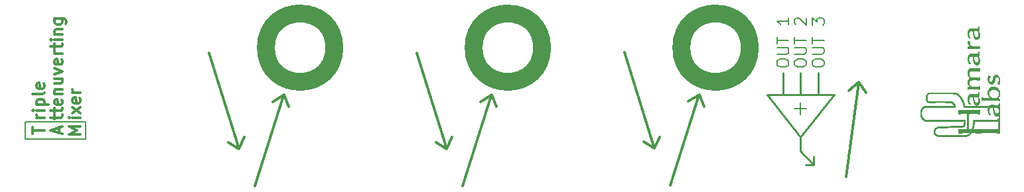
<source format=gto>
G04 #@! TF.FileFunction,Legend,Top*
%FSLAX46Y46*%
G04 Gerber Fmt 4.6, Leading zero omitted, Abs format (unit mm)*
G04 Created by KiCad (PCBNEW 4.0.5) date 07/18/17 15:03:40*
%MOMM*%
%LPD*%
G01*
G04 APERTURE LIST*
%ADD10C,0.100000*%
%ADD11C,0.250000*%
%ADD12C,0.300000*%
%ADD13C,0.150000*%
%ADD14C,0.200000*%
%ADD15C,2.300000*%
%ADD16C,0.350000*%
%ADD17C,0.010000*%
G04 APERTURE END LIST*
D10*
D11*
X184350000Y-107450000D02*
X184350000Y-109250000D01*
X184350000Y-109250000D02*
X186050000Y-110950000D01*
D12*
X92478571Y-107100000D02*
X90978571Y-107100000D01*
X92050000Y-106600000D01*
X90978571Y-106100000D01*
X92478571Y-106100000D01*
X89750000Y-106907143D02*
X89750000Y-106192857D01*
X90178571Y-107050000D02*
X88678571Y-106550000D01*
X90178571Y-106050000D01*
X86378571Y-107028571D02*
X86378571Y-106171428D01*
X87878571Y-106599999D02*
X86378571Y-106599999D01*
X92478571Y-104942857D02*
X91478571Y-104942857D01*
X90978571Y-104942857D02*
X91050000Y-105014286D01*
X91121429Y-104942857D01*
X91050000Y-104871429D01*
X90978571Y-104942857D01*
X91121429Y-104942857D01*
X92478571Y-104371428D02*
X91478571Y-103585714D01*
X91478571Y-104371428D02*
X92478571Y-103585714D01*
X92407143Y-102442857D02*
X92478571Y-102585714D01*
X92478571Y-102871428D01*
X92407143Y-103014285D01*
X92264286Y-103085714D01*
X91692857Y-103085714D01*
X91550000Y-103014285D01*
X91478571Y-102871428D01*
X91478571Y-102585714D01*
X91550000Y-102442857D01*
X91692857Y-102371428D01*
X91835714Y-102371428D01*
X91978571Y-103085714D01*
X92478571Y-101728571D02*
X91478571Y-101728571D01*
X91764286Y-101728571D02*
X91621429Y-101657143D01*
X91550000Y-101585714D01*
X91478571Y-101442857D01*
X91478571Y-101300000D01*
X89178571Y-105157143D02*
X89178571Y-104585714D01*
X88678571Y-104942857D02*
X89964286Y-104942857D01*
X90107143Y-104871429D01*
X90178571Y-104728571D01*
X90178571Y-104585714D01*
X89178571Y-104300000D02*
X89178571Y-103728571D01*
X88678571Y-104085714D02*
X89964286Y-104085714D01*
X90107143Y-104014286D01*
X90178571Y-103871428D01*
X90178571Y-103728571D01*
X90107143Y-102657143D02*
X90178571Y-102800000D01*
X90178571Y-103085714D01*
X90107143Y-103228571D01*
X89964286Y-103300000D01*
X89392857Y-103300000D01*
X89250000Y-103228571D01*
X89178571Y-103085714D01*
X89178571Y-102800000D01*
X89250000Y-102657143D01*
X89392857Y-102585714D01*
X89535714Y-102585714D01*
X89678571Y-103300000D01*
X89178571Y-101942857D02*
X90178571Y-101942857D01*
X89321429Y-101942857D02*
X89250000Y-101871429D01*
X89178571Y-101728571D01*
X89178571Y-101514286D01*
X89250000Y-101371429D01*
X89392857Y-101300000D01*
X90178571Y-101300000D01*
X89178571Y-99942857D02*
X90178571Y-99942857D01*
X89178571Y-100585714D02*
X89964286Y-100585714D01*
X90107143Y-100514286D01*
X90178571Y-100371428D01*
X90178571Y-100157143D01*
X90107143Y-100014286D01*
X90035714Y-99942857D01*
X89178571Y-99371428D02*
X90178571Y-99014285D01*
X89178571Y-98657143D01*
X90107143Y-97514286D02*
X90178571Y-97657143D01*
X90178571Y-97942857D01*
X90107143Y-98085714D01*
X89964286Y-98157143D01*
X89392857Y-98157143D01*
X89250000Y-98085714D01*
X89178571Y-97942857D01*
X89178571Y-97657143D01*
X89250000Y-97514286D01*
X89392857Y-97442857D01*
X89535714Y-97442857D01*
X89678571Y-98157143D01*
X90178571Y-96800000D02*
X89178571Y-96800000D01*
X89464286Y-96800000D02*
X89321429Y-96728572D01*
X89250000Y-96657143D01*
X89178571Y-96514286D01*
X89178571Y-96371429D01*
X89178571Y-96085715D02*
X89178571Y-95514286D01*
X88678571Y-95871429D02*
X89964286Y-95871429D01*
X90107143Y-95800001D01*
X90178571Y-95657143D01*
X90178571Y-95514286D01*
X90178571Y-95014286D02*
X89178571Y-95014286D01*
X88678571Y-95014286D02*
X88750000Y-95085715D01*
X88821429Y-95014286D01*
X88750000Y-94942858D01*
X88678571Y-95014286D01*
X88821429Y-95014286D01*
X89178571Y-94300000D02*
X90178571Y-94300000D01*
X89321429Y-94300000D02*
X89250000Y-94228572D01*
X89178571Y-94085714D01*
X89178571Y-93871429D01*
X89250000Y-93728572D01*
X89392857Y-93657143D01*
X90178571Y-93657143D01*
X89178571Y-92300000D02*
X90392857Y-92300000D01*
X90535714Y-92371429D01*
X90607143Y-92442857D01*
X90678571Y-92585714D01*
X90678571Y-92800000D01*
X90607143Y-92942857D01*
X90107143Y-92300000D02*
X90178571Y-92442857D01*
X90178571Y-92728571D01*
X90107143Y-92871429D01*
X90035714Y-92942857D01*
X89892857Y-93014286D01*
X89464286Y-93014286D01*
X89321429Y-92942857D01*
X89250000Y-92871429D01*
X89178571Y-92728571D01*
X89178571Y-92442857D01*
X89250000Y-92300000D01*
D13*
X85400000Y-107650000D02*
X85400000Y-105500000D01*
X93150000Y-107650000D02*
X85400000Y-107650000D01*
X93150000Y-105500000D02*
X93150000Y-107650000D01*
X85400000Y-105500000D02*
X93150000Y-105500000D01*
D12*
X87878571Y-104942857D02*
X86878571Y-104942857D01*
X87164286Y-104942857D02*
X87021429Y-104871429D01*
X86950000Y-104800000D01*
X86878571Y-104657143D01*
X86878571Y-104514286D01*
X87878571Y-104014286D02*
X86878571Y-104014286D01*
X86378571Y-104014286D02*
X86450000Y-104085715D01*
X86521429Y-104014286D01*
X86450000Y-103942858D01*
X86378571Y-104014286D01*
X86521429Y-104014286D01*
X86878571Y-103300000D02*
X88378571Y-103300000D01*
X86950000Y-103300000D02*
X86878571Y-103157143D01*
X86878571Y-102871429D01*
X86950000Y-102728572D01*
X87021429Y-102657143D01*
X87164286Y-102585714D01*
X87592857Y-102585714D01*
X87735714Y-102657143D01*
X87807143Y-102728572D01*
X87878571Y-102871429D01*
X87878571Y-103157143D01*
X87807143Y-103300000D01*
X87878571Y-101728571D02*
X87807143Y-101871429D01*
X87664286Y-101942857D01*
X86378571Y-101942857D01*
X87807143Y-100585715D02*
X87878571Y-100728572D01*
X87878571Y-101014286D01*
X87807143Y-101157143D01*
X87664286Y-101228572D01*
X87092857Y-101228572D01*
X86950000Y-101157143D01*
X86878571Y-101014286D01*
X86878571Y-100728572D01*
X86950000Y-100585715D01*
X87092857Y-100514286D01*
X87235714Y-100514286D01*
X87378571Y-101228572D01*
D11*
X186050000Y-110950000D02*
X185000000Y-110950000D01*
X186050000Y-110950000D02*
X186050000Y-109900000D01*
D14*
X185828571Y-98107143D02*
X185828571Y-97821429D01*
X185900000Y-97678571D01*
X186042857Y-97535714D01*
X186328571Y-97464286D01*
X186828571Y-97464286D01*
X187114286Y-97535714D01*
X187257143Y-97678571D01*
X187328571Y-97821429D01*
X187328571Y-98107143D01*
X187257143Y-98250000D01*
X187114286Y-98392857D01*
X186828571Y-98464286D01*
X186328571Y-98464286D01*
X186042857Y-98392857D01*
X185900000Y-98250000D01*
X185828571Y-98107143D01*
X185828571Y-96821428D02*
X187042857Y-96821428D01*
X187185714Y-96750000D01*
X187257143Y-96678571D01*
X187328571Y-96535714D01*
X187328571Y-96250000D01*
X187257143Y-96107142D01*
X187185714Y-96035714D01*
X187042857Y-95964285D01*
X185828571Y-95964285D01*
X185828571Y-95464285D02*
X185828571Y-94607142D01*
X187328571Y-95035713D02*
X185828571Y-95035713D01*
X185828571Y-93107142D02*
X185828571Y-92178571D01*
X186400000Y-92678571D01*
X186400000Y-92464285D01*
X186471429Y-92321428D01*
X186542857Y-92249999D01*
X186685714Y-92178571D01*
X187042857Y-92178571D01*
X187185714Y-92249999D01*
X187257143Y-92321428D01*
X187328571Y-92464285D01*
X187328571Y-92892857D01*
X187257143Y-93035714D01*
X187185714Y-93107142D01*
X183578571Y-98107143D02*
X183578571Y-97821429D01*
X183650000Y-97678571D01*
X183792857Y-97535714D01*
X184078571Y-97464286D01*
X184578571Y-97464286D01*
X184864286Y-97535714D01*
X185007143Y-97678571D01*
X185078571Y-97821429D01*
X185078571Y-98107143D01*
X185007143Y-98250000D01*
X184864286Y-98392857D01*
X184578571Y-98464286D01*
X184078571Y-98464286D01*
X183792857Y-98392857D01*
X183650000Y-98250000D01*
X183578571Y-98107143D01*
X183578571Y-96821428D02*
X184792857Y-96821428D01*
X184935714Y-96750000D01*
X185007143Y-96678571D01*
X185078571Y-96535714D01*
X185078571Y-96250000D01*
X185007143Y-96107142D01*
X184935714Y-96035714D01*
X184792857Y-95964285D01*
X183578571Y-95964285D01*
X183578571Y-95464285D02*
X183578571Y-94607142D01*
X185078571Y-95035713D02*
X183578571Y-95035713D01*
X183721429Y-93035714D02*
X183650000Y-92964285D01*
X183578571Y-92821428D01*
X183578571Y-92464285D01*
X183650000Y-92321428D01*
X183721429Y-92249999D01*
X183864286Y-92178571D01*
X184007143Y-92178571D01*
X184221429Y-92249999D01*
X185078571Y-93107142D01*
X185078571Y-92178571D01*
X181328571Y-98107143D02*
X181328571Y-97821429D01*
X181400000Y-97678571D01*
X181542857Y-97535714D01*
X181828571Y-97464286D01*
X182328571Y-97464286D01*
X182614286Y-97535714D01*
X182757143Y-97678571D01*
X182828571Y-97821429D01*
X182828571Y-98107143D01*
X182757143Y-98250000D01*
X182614286Y-98392857D01*
X182328571Y-98464286D01*
X181828571Y-98464286D01*
X181542857Y-98392857D01*
X181400000Y-98250000D01*
X181328571Y-98107143D01*
X181328571Y-96821428D02*
X182542857Y-96821428D01*
X182685714Y-96750000D01*
X182757143Y-96678571D01*
X182828571Y-96535714D01*
X182828571Y-96250000D01*
X182757143Y-96107142D01*
X182685714Y-96035714D01*
X182542857Y-95964285D01*
X181328571Y-95964285D01*
X181328571Y-95464285D02*
X181328571Y-94607142D01*
X182828571Y-95035713D02*
X181328571Y-95035713D01*
X182828571Y-92178571D02*
X182828571Y-93035714D01*
X182828571Y-92607142D02*
X181328571Y-92607142D01*
X181542857Y-92749999D01*
X181685714Y-92892857D01*
X181757143Y-93035714D01*
D11*
X182100000Y-99200000D02*
X182100000Y-102000000D01*
X186600000Y-99200000D02*
X186600000Y-102000000D01*
X184350000Y-99200000D02*
X184350000Y-102000000D01*
D13*
X184350000Y-103050000D02*
X184350000Y-104550000D01*
X185100000Y-103800000D02*
X183600000Y-103800000D01*
D11*
X184350000Y-107450000D02*
X180050000Y-102000000D01*
X188600000Y-102000000D02*
X184350000Y-107450000D01*
X188600000Y-102000000D02*
X180050000Y-102000000D01*
D15*
X177868352Y-96000000D02*
G75*
G03X177868352Y-96000000I-4368352J0D01*
G01*
X151368352Y-96000000D02*
G75*
G03X151368352Y-96000000I-4368352J0D01*
G01*
X124868352Y-96000000D02*
G75*
G03X124868352Y-96000000I-4368352J0D01*
G01*
D16*
X191751682Y-100387228D02*
X192663709Y-101763424D01*
X191751682Y-100387228D02*
X190522208Y-101489092D01*
X190200000Y-112500000D02*
X191737482Y-100498077D01*
X171422146Y-102003442D02*
X172076055Y-103519394D01*
X171422146Y-102003442D02*
X170016980Y-102870171D01*
X167750000Y-113650000D02*
X171388540Y-102110025D01*
X165732640Y-108914160D02*
X164327474Y-108047431D01*
X165732640Y-108914160D02*
X166386549Y-107398207D01*
X161850000Y-96600000D02*
X165714070Y-108855263D01*
X144922146Y-102053442D02*
X145576055Y-103569394D01*
X144922146Y-102053442D02*
X143516980Y-102920171D01*
X141250000Y-113700000D02*
X144888540Y-102160025D01*
X139232640Y-108964160D02*
X137827474Y-108097431D01*
X139232640Y-108964160D02*
X139886549Y-107448207D01*
X135350000Y-96650000D02*
X139214070Y-108905263D01*
D17*
G36*
X199612769Y-104329352D02*
X199615851Y-104243590D01*
X199620657Y-104173094D01*
X199628284Y-104112818D01*
X199639828Y-104057717D01*
X199656385Y-104002746D01*
X199679051Y-103942859D01*
X199708922Y-103873012D01*
X199714767Y-103859847D01*
X199738337Y-103808019D01*
X199757945Y-103769224D01*
X199777459Y-103737825D01*
X199800746Y-103708183D01*
X199831672Y-103674658D01*
X199865004Y-103640758D01*
X199932945Y-103576979D01*
X199994912Y-103528083D01*
X200031480Y-103504831D01*
X200102600Y-103464840D01*
X202010140Y-103462170D01*
X202247724Y-103461816D01*
X202465750Y-103461443D01*
X202664979Y-103461044D01*
X202846173Y-103460613D01*
X203010092Y-103460145D01*
X203157498Y-103459631D01*
X203289154Y-103459067D01*
X203405819Y-103458446D01*
X203508256Y-103457762D01*
X203597227Y-103457007D01*
X203673491Y-103456177D01*
X203737812Y-103455264D01*
X203790951Y-103454263D01*
X203833668Y-103453166D01*
X203866726Y-103451968D01*
X203890886Y-103450662D01*
X203906909Y-103449243D01*
X203915557Y-103447703D01*
X203917680Y-103446332D01*
X203911909Y-103428441D01*
X203902604Y-103413442D01*
X203889991Y-103390722D01*
X203878139Y-103359874D01*
X203876264Y-103353584D01*
X203857995Y-103310701D01*
X203827114Y-103261385D01*
X203787595Y-103210936D01*
X203743416Y-103164654D01*
X203717629Y-103142133D01*
X203682307Y-103113433D01*
X203647693Y-103084871D01*
X203622680Y-103063818D01*
X203611163Y-103054724D01*
X203598273Y-103046819D01*
X203582421Y-103039939D01*
X203562019Y-103033922D01*
X203535478Y-103028606D01*
X203501209Y-103023827D01*
X203457624Y-103019424D01*
X203403133Y-103015233D01*
X203336148Y-103011093D01*
X203255080Y-103006841D01*
X203158341Y-103002313D01*
X203044341Y-102997349D01*
X202923245Y-102992273D01*
X202833727Y-102988587D01*
X202753587Y-102985400D01*
X202680774Y-102982704D01*
X202613235Y-102980491D01*
X202548919Y-102978755D01*
X202485774Y-102977488D01*
X202421750Y-102976682D01*
X202354794Y-102976330D01*
X202282855Y-102976424D01*
X202203882Y-102976958D01*
X202115822Y-102977923D01*
X202016624Y-102979313D01*
X201904237Y-102981120D01*
X201776609Y-102983336D01*
X201631688Y-102985954D01*
X201556393Y-102987333D01*
X201402284Y-102990134D01*
X201267113Y-102992515D01*
X201149503Y-102994477D01*
X201048075Y-102996019D01*
X200961453Y-102997142D01*
X200888258Y-102997845D01*
X200827113Y-102998128D01*
X200776641Y-102997992D01*
X200735464Y-102997436D01*
X200702204Y-102996460D01*
X200675483Y-102995064D01*
X200653925Y-102993249D01*
X200636151Y-102991013D01*
X200620784Y-102988358D01*
X200615575Y-102987299D01*
X200575896Y-102977758D01*
X200541958Y-102967473D01*
X200520555Y-102958527D01*
X200519387Y-102957801D01*
X200504788Y-102942915D01*
X200483032Y-102914451D01*
X200456802Y-102876611D01*
X200428778Y-102833596D01*
X200401643Y-102789609D01*
X200378077Y-102748852D01*
X200360762Y-102715525D01*
X200353436Y-102697760D01*
X200333039Y-102616684D01*
X200318725Y-102525196D01*
X200310820Y-102429358D01*
X200309651Y-102335229D01*
X200315545Y-102248870D01*
X200325937Y-102187851D01*
X200359187Y-102079214D01*
X200404690Y-101981895D01*
X200461152Y-101897725D01*
X200527279Y-101828531D01*
X200601779Y-101776146D01*
X200625646Y-101763944D01*
X200681720Y-101737640D01*
X201310242Y-101728642D01*
X201459884Y-101726900D01*
X201627424Y-101725679D01*
X201810447Y-101724975D01*
X202006539Y-101724789D01*
X202213282Y-101725117D01*
X202428263Y-101725957D01*
X202649067Y-101727309D01*
X202873278Y-101729169D01*
X202951082Y-101729929D01*
X203963400Y-101740215D01*
X204090400Y-101772367D01*
X204167189Y-101794647D01*
X204241126Y-101821354D01*
X204307987Y-101850626D01*
X204363549Y-101880600D01*
X204403588Y-101909413D01*
X204405915Y-101911539D01*
X204426266Y-101927889D01*
X204441504Y-101935659D01*
X204442598Y-101935760D01*
X204457895Y-101942578D01*
X204484159Y-101961169D01*
X204518186Y-101988738D01*
X204556778Y-102022491D01*
X204596731Y-102059634D01*
X204634846Y-102097371D01*
X204666204Y-102130965D01*
X204708301Y-102178954D01*
X204739336Y-102215847D01*
X204762137Y-102245380D01*
X204779533Y-102271290D01*
X204794353Y-102297310D01*
X204799182Y-102306600D01*
X204819047Y-102338804D01*
X204842180Y-102367524D01*
X204847336Y-102372640D01*
X204867952Y-102396744D01*
X204890017Y-102429919D01*
X204900492Y-102448840D01*
X204921614Y-102487542D01*
X204945374Y-102526932D01*
X204955168Y-102541824D01*
X204977291Y-102578477D01*
X205002766Y-102627339D01*
X205028284Y-102681420D01*
X205050538Y-102733730D01*
X205065457Y-102774830D01*
X205076235Y-102804095D01*
X205092661Y-102843256D01*
X205111263Y-102884048D01*
X205112063Y-102885720D01*
X205132321Y-102932972D01*
X205152471Y-102988033D01*
X205167902Y-103038120D01*
X205181146Y-103084502D01*
X205195702Y-103130757D01*
X205208612Y-103167532D01*
X205209649Y-103170200D01*
X205224844Y-103213030D01*
X205239848Y-103262412D01*
X205253139Y-103312468D01*
X205263198Y-103357319D01*
X205268505Y-103391087D01*
X205268959Y-103399595D01*
X205271150Y-103426682D01*
X205275127Y-103443690D01*
X205277293Y-103445855D01*
X205282674Y-103447818D01*
X205292209Y-103449589D01*
X205306834Y-103451179D01*
X205327486Y-103452596D01*
X205355104Y-103453850D01*
X205390624Y-103454951D01*
X205434984Y-103455909D01*
X205489121Y-103456733D01*
X205553972Y-103457434D01*
X205630476Y-103458020D01*
X205719569Y-103458501D01*
X205822188Y-103458888D01*
X205939271Y-103459189D01*
X206071756Y-103459415D01*
X206220579Y-103459576D01*
X206386678Y-103459680D01*
X206570991Y-103459738D01*
X206774455Y-103459760D01*
X208374377Y-103459760D01*
X208398422Y-103434166D01*
X208446937Y-103393463D01*
X208508199Y-103358539D01*
X208574699Y-103333595D01*
X208581457Y-103331783D01*
X208599683Y-103327484D01*
X208618773Y-103324126D01*
X208640953Y-103321689D01*
X208668446Y-103320154D01*
X208703479Y-103319502D01*
X208748277Y-103319713D01*
X208805065Y-103320768D01*
X208876067Y-103322648D01*
X208963509Y-103325333D01*
X209039796Y-103327817D01*
X209129006Y-103330547D01*
X209213381Y-103332720D01*
X209290399Y-103334301D01*
X209357539Y-103335256D01*
X209412279Y-103335550D01*
X209452099Y-103335149D01*
X209474477Y-103334018D01*
X209476033Y-103333806D01*
X209535230Y-103319243D01*
X209576939Y-103296089D01*
X209602918Y-103262269D01*
X209614926Y-103215712D01*
X209615719Y-103169100D01*
X209612360Y-103104118D01*
X209645631Y-103104139D01*
X209671272Y-103107931D01*
X209685419Y-103122502D01*
X209688972Y-103130647D01*
X209697029Y-103161780D01*
X209704115Y-103206981D01*
X209709715Y-103260002D01*
X209713317Y-103314598D01*
X209714406Y-103364520D01*
X209712468Y-103403521D01*
X209711827Y-103408434D01*
X209707955Y-103441687D01*
X209709627Y-103462342D01*
X209718218Y-103477688D01*
X209726595Y-103486713D01*
X209749520Y-103509637D01*
X209749520Y-105346780D01*
X209727863Y-105374313D01*
X209706206Y-105401845D01*
X209710761Y-106152923D01*
X209715317Y-106904000D01*
X209676435Y-106904000D01*
X209656075Y-106903381D01*
X209618545Y-106901633D01*
X209566952Y-106898927D01*
X209504403Y-106895431D01*
X209434006Y-106891313D01*
X209360796Y-106886863D01*
X209270069Y-106882183D01*
X209161716Y-106878179D01*
X209038418Y-106874849D01*
X208902857Y-106872193D01*
X208757715Y-106870211D01*
X208605675Y-106868901D01*
X208449419Y-106868264D01*
X208425349Y-106868269D01*
X208425349Y-106455621D01*
X208606506Y-106454941D01*
X208792513Y-106453521D01*
X208930245Y-106452008D01*
X209548610Y-106444337D01*
X209542263Y-106112829D01*
X209540437Y-106022052D01*
X209538394Y-105928381D01*
X209536242Y-105836256D01*
X209534090Y-105750118D01*
X209532045Y-105674410D01*
X209530216Y-105613571D01*
X209529843Y-105602316D01*
X209527441Y-105543436D01*
X209524549Y-105491232D01*
X209521425Y-105449257D01*
X209518326Y-105421064D01*
X209515934Y-105410633D01*
X209511194Y-105408870D01*
X209498730Y-105407311D01*
X209477715Y-105405953D01*
X209447322Y-105404792D01*
X209406725Y-105403827D01*
X209355097Y-105403053D01*
X209291612Y-105402470D01*
X209215442Y-105402073D01*
X209125762Y-105401860D01*
X209021745Y-105401828D01*
X208902564Y-105401975D01*
X208767393Y-105402297D01*
X208615404Y-105402792D01*
X208445773Y-105403457D01*
X208257671Y-105404290D01*
X208050273Y-105405288D01*
X207998129Y-105405548D01*
X206488160Y-105413142D01*
X206488160Y-105542994D01*
X206486689Y-105608134D01*
X206482721Y-105680932D01*
X206476920Y-105751039D01*
X206472104Y-105793123D01*
X206461664Y-105863844D01*
X206448010Y-105945211D01*
X206432100Y-106032374D01*
X206414893Y-106120482D01*
X206397346Y-106204682D01*
X206380417Y-106280123D01*
X206365064Y-106341954D01*
X206360355Y-106359075D01*
X206349647Y-106398959D01*
X206342266Y-106430944D01*
X206339214Y-106450431D01*
X206339655Y-106454083D01*
X206350729Y-106454962D01*
X206379096Y-106454831D01*
X206421763Y-106453820D01*
X206475735Y-106452060D01*
X206538017Y-106449681D01*
X206605617Y-106446815D01*
X206675539Y-106443592D01*
X206744789Y-106440144D01*
X206810373Y-106436601D01*
X206869297Y-106433093D01*
X206918567Y-106429752D01*
X206945360Y-106427614D01*
X206991445Y-106424317D01*
X207038935Y-106422625D01*
X207091286Y-106422612D01*
X207151953Y-106424352D01*
X207224393Y-106427919D01*
X207312060Y-106433388D01*
X207356840Y-106436450D01*
X207437352Y-106441080D01*
X207536458Y-106445107D01*
X207652439Y-106448512D01*
X207783578Y-106451279D01*
X207928156Y-106453390D01*
X208084456Y-106454829D01*
X208250760Y-106455578D01*
X208425349Y-106455621D01*
X208425349Y-106868269D01*
X208291627Y-106868299D01*
X208134983Y-106869005D01*
X207982169Y-106870382D01*
X207835866Y-106872430D01*
X207698757Y-106875147D01*
X207573523Y-106878533D01*
X207462847Y-106882588D01*
X207370345Y-106887255D01*
X207279498Y-106892561D01*
X207204292Y-106896465D01*
X207140098Y-106898990D01*
X207082286Y-106900158D01*
X207026228Y-106899990D01*
X206967293Y-106898508D01*
X206900853Y-106895735D01*
X206822279Y-106891691D01*
X206791225Y-106889989D01*
X206704389Y-106885388D01*
X206611727Y-106880831D01*
X206518933Y-106876571D01*
X206431700Y-106872867D01*
X206355723Y-106869972D01*
X206318740Y-106868756D01*
X206123921Y-106862880D01*
X206116620Y-106885885D01*
X206107067Y-106900994D01*
X206085698Y-106927083D01*
X206055290Y-106960992D01*
X206018618Y-106999559D01*
X206001559Y-107016845D01*
X205936808Y-107078737D01*
X205877980Y-107128076D01*
X205819732Y-107169220D01*
X205797987Y-107182797D01*
X205732261Y-107221883D01*
X205680625Y-107250790D01*
X205640375Y-107270780D01*
X205608809Y-107283113D01*
X205583223Y-107289051D01*
X205568054Y-107290080D01*
X205538838Y-107292975D01*
X205499474Y-107300516D01*
X205463577Y-107309670D01*
X205450842Y-107313081D01*
X205436712Y-107316112D01*
X205419850Y-107318805D01*
X205398920Y-107321202D01*
X205372584Y-107323345D01*
X205339508Y-107325277D01*
X205298353Y-107327040D01*
X205247783Y-107328676D01*
X205186463Y-107330228D01*
X205113054Y-107331738D01*
X205026222Y-107333249D01*
X204924628Y-107334803D01*
X204806938Y-107336442D01*
X204671813Y-107338208D01*
X204517918Y-107340145D01*
X204491720Y-107340470D01*
X204307577Y-107342648D01*
X204140596Y-107344371D01*
X203987624Y-107345631D01*
X203845509Y-107346422D01*
X203711096Y-107346735D01*
X203625846Y-107346622D01*
X203625846Y-107194311D01*
X203755050Y-107194271D01*
X203890204Y-107193748D01*
X204034441Y-107192747D01*
X204190895Y-107191278D01*
X204362701Y-107189348D01*
X204471400Y-107188010D01*
X204631020Y-107185951D01*
X204771590Y-107184029D01*
X204894377Y-107182210D01*
X205000648Y-107180456D01*
X205091672Y-107178733D01*
X205168717Y-107177004D01*
X205233051Y-107175233D01*
X205285941Y-107173383D01*
X205328657Y-107171420D01*
X205362466Y-107169307D01*
X205388635Y-107167008D01*
X205408434Y-107164488D01*
X205423129Y-107161709D01*
X205426440Y-107160896D01*
X205469963Y-107150754D01*
X205515094Y-107142002D01*
X205538200Y-107138419D01*
X205585432Y-107125832D01*
X205641778Y-107100685D01*
X205702962Y-107065703D01*
X205764707Y-107023611D01*
X205822737Y-106977133D01*
X205872775Y-106928992D01*
X205880773Y-106920169D01*
X205933857Y-106860138D01*
X205522668Y-106866053D01*
X205414924Y-106867982D01*
X205297855Y-106870741D01*
X205176665Y-106874165D01*
X205056562Y-106878086D01*
X204942750Y-106882339D01*
X204840437Y-106886756D01*
X204778895Y-106889834D01*
X204698752Y-106893963D01*
X204625214Y-106897417D01*
X204560706Y-106900106D01*
X204507654Y-106901944D01*
X204468483Y-106902843D01*
X204445620Y-106902714D01*
X204440664Y-106902052D01*
X204439367Y-106890274D01*
X204440129Y-106862586D01*
X204442742Y-106823272D01*
X204446459Y-106781959D01*
X204452045Y-106705258D01*
X204452220Y-106633246D01*
X204446969Y-106554345D01*
X204446180Y-106545993D01*
X204441902Y-106498837D01*
X204438874Y-106459797D01*
X204437370Y-106432877D01*
X204437664Y-106422084D01*
X204437690Y-106422061D01*
X204449157Y-106421644D01*
X204480741Y-106422411D01*
X204532273Y-106424353D01*
X204603585Y-106427464D01*
X204694508Y-106431735D01*
X204804873Y-106437160D01*
X204934513Y-106443731D01*
X204986331Y-106446399D01*
X205067771Y-106449990D01*
X205160183Y-106453057D01*
X205254922Y-106455374D01*
X205343339Y-106456717D01*
X205390753Y-106456960D01*
X205590848Y-106456960D01*
X205597544Y-106241962D01*
X205599139Y-106177416D01*
X205600509Y-106095216D01*
X205601655Y-105998025D01*
X205602576Y-105888509D01*
X205603273Y-105769330D01*
X205603745Y-105643153D01*
X205603993Y-105512643D01*
X205604017Y-105380464D01*
X205603817Y-105249279D01*
X205603392Y-105121754D01*
X205602743Y-105000552D01*
X205601871Y-104888337D01*
X205600775Y-104787774D01*
X205599455Y-104701527D01*
X205597911Y-104632261D01*
X205597494Y-104618031D01*
X205590748Y-104401424D01*
X205244434Y-104408444D01*
X205148853Y-104410688D01*
X205047752Y-104413603D01*
X204946037Y-104417010D01*
X204848614Y-104420732D01*
X204760390Y-104424589D01*
X204686270Y-104428402D01*
X204669520Y-104429388D01*
X204603645Y-104433261D01*
X204544917Y-104436447D01*
X204496248Y-104438810D01*
X204460550Y-104440215D01*
X204440738Y-104440525D01*
X204437690Y-104440219D01*
X204437358Y-104429515D01*
X204438831Y-104402634D01*
X204441836Y-104363611D01*
X204446096Y-104316481D01*
X204446180Y-104315608D01*
X204451952Y-104235438D01*
X204452297Y-104163268D01*
X204447229Y-104087518D01*
X204446459Y-104079642D01*
X204442355Y-104033605D01*
X204439889Y-103995407D01*
X204439275Y-103969321D01*
X204440461Y-103959752D01*
X204451589Y-103958934D01*
X204480476Y-103959229D01*
X204524598Y-103960545D01*
X204581428Y-103962788D01*
X204648443Y-103965866D01*
X204723117Y-103969683D01*
X204753292Y-103971326D01*
X204836822Y-103975198D01*
X204937312Y-103978591D01*
X205052361Y-103981502D01*
X205179567Y-103983932D01*
X205316532Y-103985877D01*
X205460854Y-103987336D01*
X205610132Y-103988308D01*
X205761967Y-103988790D01*
X205913958Y-103988782D01*
X206063704Y-103988281D01*
X206208805Y-103987285D01*
X206346859Y-103985793D01*
X206475468Y-103983804D01*
X206592230Y-103981315D01*
X206694744Y-103978325D01*
X206780611Y-103974832D01*
X206818360Y-103972788D01*
X206889164Y-103968600D01*
X206955381Y-103964856D01*
X207013592Y-103961735D01*
X207060379Y-103959416D01*
X207092324Y-103958080D01*
X207102840Y-103957826D01*
X207143480Y-103957600D01*
X207143480Y-104445668D01*
X207072360Y-104439991D01*
X206984392Y-104433348D01*
X206898388Y-104427704D01*
X206811173Y-104422936D01*
X206719569Y-104418922D01*
X206620400Y-104415538D01*
X206510490Y-104412662D01*
X206386662Y-104410171D01*
X206245740Y-104407941D01*
X206243430Y-104407909D01*
X205790421Y-104401489D01*
X205783690Y-104541831D01*
X205782390Y-104580251D01*
X205781234Y-104636856D01*
X205780222Y-104709511D01*
X205779355Y-104796082D01*
X205778632Y-104894434D01*
X205778054Y-105002433D01*
X205777620Y-105117943D01*
X205777330Y-105238832D01*
X205777185Y-105362963D01*
X205777185Y-105488202D01*
X205777330Y-105612416D01*
X205777619Y-105733469D01*
X205778052Y-105849226D01*
X205778631Y-105957553D01*
X205779354Y-106056316D01*
X205780222Y-106143380D01*
X205781235Y-106216610D01*
X205782393Y-106273872D01*
X205783657Y-106312180D01*
X205790280Y-106456961D01*
X205976399Y-106456960D01*
X206162518Y-106456960D01*
X206176883Y-106429020D01*
X206188245Y-106401817D01*
X206202751Y-106359677D01*
X206218978Y-106307463D01*
X206235501Y-106250038D01*
X206250893Y-106192266D01*
X206263731Y-106139008D01*
X206268762Y-106115509D01*
X206287813Y-106009406D01*
X206304591Y-105892853D01*
X206318422Y-105772267D01*
X206328629Y-105654065D01*
X206334540Y-105544665D01*
X206335759Y-105478599D01*
X206335857Y-105415983D01*
X206336428Y-105370394D01*
X206337894Y-105338540D01*
X206340674Y-105317128D01*
X206345187Y-105302866D01*
X206351855Y-105292462D01*
X206360698Y-105283019D01*
X206385636Y-105258080D01*
X206846695Y-105258080D01*
X206922589Y-105258013D01*
X207016655Y-105257817D01*
X207126741Y-105257502D01*
X207250700Y-105257078D01*
X207386382Y-105256552D01*
X207531638Y-105255935D01*
X207684320Y-105255237D01*
X207842277Y-105254466D01*
X208003362Y-105253631D01*
X208165425Y-105252743D01*
X208326316Y-105251810D01*
X208407268Y-105251319D01*
X209506783Y-105244558D01*
X209499696Y-105163314D01*
X209496606Y-105123037D01*
X209496303Y-105099341D01*
X209499213Y-105088623D01*
X209505762Y-105087280D01*
X209508583Y-105088199D01*
X209529182Y-105094194D01*
X209557972Y-105100588D01*
X209560838Y-105101135D01*
X209597120Y-105107942D01*
X209597120Y-104648615D01*
X209551627Y-104683340D01*
X209492238Y-104716507D01*
X209424343Y-104734289D01*
X209352111Y-104737182D01*
X209340624Y-104735358D01*
X209340624Y-104414800D01*
X209383589Y-104413908D01*
X209414205Y-104409931D01*
X209440412Y-104400924D01*
X209470150Y-104384942D01*
X209475584Y-104381716D01*
X209522618Y-104346733D01*
X209558547Y-104302160D01*
X209564035Y-104293265D01*
X209597120Y-104237899D01*
X209597120Y-103894074D01*
X209596389Y-103892628D01*
X209596389Y-103698520D01*
X209596754Y-103655340D01*
X209595801Y-103628143D01*
X209590170Y-103615635D01*
X209576627Y-103612240D01*
X209571720Y-103612160D01*
X209551656Y-103616763D01*
X209548386Y-103631062D01*
X209561905Y-103655798D01*
X209571405Y-103668040D01*
X209596389Y-103698520D01*
X209596389Y-103892628D01*
X209565685Y-103831857D01*
X209538388Y-103783236D01*
X209506776Y-103735362D01*
X209474449Y-103693080D01*
X209445006Y-103661233D01*
X209429536Y-103648692D01*
X209414524Y-103642238D01*
X209389794Y-103637157D01*
X209352660Y-103633155D01*
X209300436Y-103629938D01*
X209234632Y-103627348D01*
X209172993Y-103625125D01*
X209114106Y-103622650D01*
X209062858Y-103620153D01*
X209024133Y-103617865D01*
X209009061Y-103616699D01*
X208954402Y-103611673D01*
X208961151Y-103644937D01*
X208964873Y-103665466D01*
X208971092Y-103702189D01*
X208979169Y-103751224D01*
X208988463Y-103808689D01*
X208997618Y-103866160D01*
X209012058Y-103954731D01*
X209024899Y-104026459D01*
X209036953Y-104084677D01*
X209049031Y-104132720D01*
X209061945Y-104173920D01*
X209076506Y-104211612D01*
X209088014Y-104237482D01*
X209125778Y-104306315D01*
X209167557Y-104356673D01*
X209215902Y-104390345D01*
X209273364Y-104409123D01*
X209340624Y-104414800D01*
X209340624Y-104735358D01*
X209279712Y-104725683D01*
X209211316Y-104700288D01*
X209151094Y-104661491D01*
X209120710Y-104632091D01*
X209093912Y-104599851D01*
X209070364Y-104566846D01*
X209049502Y-104531141D01*
X209030762Y-104490798D01*
X209013580Y-104443883D01*
X208997392Y-104388457D01*
X208981633Y-104322586D01*
X208965740Y-104244331D01*
X208949149Y-104151757D01*
X208931295Y-104042927D01*
X208911615Y-103915905D01*
X208911094Y-103912473D01*
X208895541Y-103824728D01*
X208877864Y-103751193D01*
X208858619Y-103693793D01*
X208838367Y-103654456D01*
X208834863Y-103649702D01*
X208805430Y-103627752D01*
X208763057Y-103616570D01*
X208711570Y-103615438D01*
X208654791Y-103623641D01*
X208596544Y-103640459D01*
X208540653Y-103665175D01*
X208490941Y-103697073D01*
X208466123Y-103718904D01*
X208420397Y-103774368D01*
X208387709Y-103837270D01*
X208367038Y-103910635D01*
X208357367Y-103997490D01*
X208356332Y-104044852D01*
X208364447Y-104162531D01*
X208388181Y-104269258D01*
X208427193Y-104364055D01*
X208481138Y-104445943D01*
X208507192Y-104475249D01*
X208533135Y-104504395D01*
X208552171Y-104530264D01*
X208560660Y-104547824D01*
X208560800Y-104549320D01*
X208558916Y-104558472D01*
X208550604Y-104563763D01*
X208531873Y-104565943D01*
X208498732Y-104565761D01*
X208476980Y-104565071D01*
X208393160Y-104562120D01*
X208336085Y-104448211D01*
X208293983Y-104355235D01*
X208262976Y-104264400D01*
X208241033Y-104168500D01*
X208226125Y-104060329D01*
X208225734Y-104056510D01*
X208220450Y-103953049D01*
X208224782Y-103849493D01*
X208238199Y-103752485D01*
X208255565Y-103682621D01*
X208265889Y-103649392D01*
X208273295Y-103625003D01*
X208276188Y-103614708D01*
X208276188Y-103614700D01*
X208266228Y-103614412D01*
X208237052Y-103614132D01*
X208189765Y-103613863D01*
X208125474Y-103613608D01*
X208045281Y-103613367D01*
X207950293Y-103613142D01*
X207841613Y-103612936D01*
X207720347Y-103612750D01*
X207587600Y-103612587D01*
X207444476Y-103612447D01*
X207292081Y-103612332D01*
X207131518Y-103612246D01*
X206963893Y-103612188D01*
X206790311Y-103612162D01*
X206736618Y-103612160D01*
X205196916Y-103612160D01*
X205174440Y-103589300D01*
X205158105Y-103563119D01*
X205142504Y-103519838D01*
X205133603Y-103485160D01*
X205123655Y-103442456D01*
X205114079Y-103403589D01*
X205106696Y-103375906D01*
X205105740Y-103372679D01*
X205098935Y-103345160D01*
X205096239Y-103324460D01*
X205093190Y-103305989D01*
X205085299Y-103275764D01*
X205077055Y-103248981D01*
X205065712Y-103213750D01*
X205050784Y-103166466D01*
X205034593Y-103114519D01*
X205025133Y-103083840D01*
X205009229Y-103035250D01*
X204992520Y-102989517D01*
X204977375Y-102952890D01*
X204969263Y-102936520D01*
X204952429Y-102902390D01*
X204935485Y-102861022D01*
X204928134Y-102840000D01*
X204913671Y-102800457D01*
X204894265Y-102754143D01*
X204877491Y-102718080D01*
X204860899Y-102684136D01*
X204847918Y-102656870D01*
X204841182Y-102641825D01*
X204841002Y-102641345D01*
X204829815Y-102619092D01*
X204809844Y-102586768D01*
X204784996Y-102550167D01*
X204759182Y-102515082D01*
X204739460Y-102490847D01*
X204714359Y-102459277D01*
X204692314Y-102426783D01*
X204684650Y-102413280D01*
X204670027Y-102386691D01*
X204652369Y-102359707D01*
X204628713Y-102328308D01*
X204596097Y-102288473D01*
X204570050Y-102257745D01*
X204528359Y-102209675D01*
X204494546Y-102173134D01*
X204463801Y-102143781D01*
X204431313Y-102117275D01*
X204392268Y-102089275D01*
X204356759Y-102065330D01*
X204290050Y-102021499D01*
X204235591Y-101987661D01*
X204189077Y-101962020D01*
X204146206Y-101942783D01*
X204102672Y-101928157D01*
X204054173Y-101916349D01*
X203996404Y-101905564D01*
X203958320Y-101899290D01*
X203942583Y-101896981D01*
X203924822Y-101894885D01*
X203904033Y-101892989D01*
X203879211Y-101891284D01*
X203849352Y-101889759D01*
X203813452Y-101888401D01*
X203770507Y-101887201D01*
X203719513Y-101886147D01*
X203659466Y-101885228D01*
X203589362Y-101884433D01*
X203508196Y-101883752D01*
X203414964Y-101883173D01*
X203308663Y-101882685D01*
X203188288Y-101882277D01*
X203052835Y-101881938D01*
X202901301Y-101881657D01*
X202732680Y-101881424D01*
X202545969Y-101881226D01*
X202340163Y-101881054D01*
X202292080Y-101881018D01*
X200732520Y-101879880D01*
X200690304Y-101902455D01*
X200656584Y-101925390D01*
X200617696Y-101959072D01*
X200579693Y-101997529D01*
X200548624Y-102034790D01*
X200534798Y-102055932D01*
X200511290Y-102101044D01*
X200494204Y-102140589D01*
X200482351Y-102179670D01*
X200474540Y-102223389D01*
X200469582Y-102276850D01*
X200466290Y-102345156D01*
X200466085Y-102350790D01*
X200464295Y-102433978D01*
X200465624Y-102498861D01*
X200470132Y-102547223D01*
X200473231Y-102564150D01*
X200490142Y-102622895D01*
X200513916Y-102681820D01*
X200542269Y-102736977D01*
X200572918Y-102784420D01*
X200603578Y-102820200D01*
X200631964Y-102840371D01*
X200633405Y-102840946D01*
X200647761Y-102842851D01*
X200679530Y-102844188D01*
X200729045Y-102844952D01*
X200796639Y-102845142D01*
X200882644Y-102844755D01*
X200987393Y-102843791D01*
X201111220Y-102842245D01*
X201254456Y-102840118D01*
X201417435Y-102837405D01*
X201545077Y-102835127D01*
X201700646Y-102832300D01*
X201837911Y-102829868D01*
X201958884Y-102827838D01*
X202065577Y-102826216D01*
X202160003Y-102825008D01*
X202244173Y-102824222D01*
X202320101Y-102823863D01*
X202389796Y-102823939D01*
X202455273Y-102824455D01*
X202518544Y-102825419D01*
X202581619Y-102826837D01*
X202646513Y-102828715D01*
X202715236Y-102831060D01*
X202789801Y-102833878D01*
X202872220Y-102837177D01*
X202932310Y-102839638D01*
X203067566Y-102845299D01*
X203184102Y-102850446D01*
X203283507Y-102855225D01*
X203367370Y-102859785D01*
X203437282Y-102864273D01*
X203494830Y-102868836D01*
X203541605Y-102873623D01*
X203579196Y-102878780D01*
X203609191Y-102884456D01*
X203633180Y-102890798D01*
X203652753Y-102897953D01*
X203669498Y-102906069D01*
X203673840Y-102908501D01*
X203719344Y-102939579D01*
X203770109Y-102982372D01*
X203823022Y-103033388D01*
X203874973Y-103089135D01*
X203922850Y-103146122D01*
X203963543Y-103200854D01*
X203993939Y-103249840D01*
X204009738Y-103285542D01*
X204023566Y-103319795D01*
X204041958Y-103354562D01*
X204044275Y-103358266D01*
X204057443Y-103386764D01*
X204070499Y-103427922D01*
X204081553Y-103474160D01*
X204088714Y-103517895D01*
X204090400Y-103543287D01*
X204084343Y-103562221D01*
X204070978Y-103583095D01*
X204051557Y-103607080D01*
X202091574Y-103612160D01*
X200131592Y-103617240D01*
X200090669Y-103644323D01*
X200065207Y-103663574D01*
X200031184Y-103692523D01*
X199994209Y-103726304D01*
X199976493Y-103743363D01*
X199946532Y-103773574D01*
X199923561Y-103799640D01*
X199904590Y-103826241D01*
X199886624Y-103858057D01*
X199866673Y-103899766D01*
X199844403Y-103949960D01*
X199818053Y-104012887D01*
X199797893Y-104068663D01*
X199783138Y-104121730D01*
X199772998Y-104176532D01*
X199766686Y-104237510D01*
X199763417Y-104309108D01*
X199762400Y-104395769D01*
X199762395Y-104412676D01*
X199763022Y-104484692D01*
X199765003Y-104541070D01*
X199768716Y-104586471D01*
X199774538Y-104625552D01*
X199782553Y-104661817D01*
X199803083Y-104731330D01*
X199828724Y-104799787D01*
X199857244Y-104862215D01*
X199886414Y-104913643D01*
X199909159Y-104944016D01*
X199929485Y-104968339D01*
X199942522Y-104987447D01*
X199945120Y-104994177D01*
X199952861Y-105010455D01*
X199973960Y-105035726D01*
X200005231Y-105067189D01*
X200043486Y-105102040D01*
X200085539Y-105137477D01*
X200128203Y-105170695D01*
X200168292Y-105198893D01*
X200198687Y-105217209D01*
X200204681Y-105218605D01*
X200217652Y-105219880D01*
X200238257Y-105221035D01*
X200267149Y-105222071D01*
X200304984Y-105222989D01*
X200352417Y-105223792D01*
X200410103Y-105224479D01*
X200478698Y-105225054D01*
X200558855Y-105225516D01*
X200651231Y-105225867D01*
X200756479Y-105226110D01*
X200875257Y-105226244D01*
X201008217Y-105226272D01*
X201156016Y-105226194D01*
X201319309Y-105226013D01*
X201498750Y-105225728D01*
X201694994Y-105225343D01*
X201908698Y-105224858D01*
X202140515Y-105224274D01*
X202391101Y-105223594D01*
X202661111Y-105222817D01*
X202765388Y-105222508D01*
X205307993Y-105214910D01*
X205334196Y-105241114D01*
X205351843Y-105264125D01*
X205360278Y-105285671D01*
X205360400Y-105287760D01*
X205359302Y-105317384D01*
X205356260Y-105361888D01*
X205351648Y-105417650D01*
X205345839Y-105481051D01*
X205339210Y-105548470D01*
X205332133Y-105616288D01*
X205324984Y-105680885D01*
X205318138Y-105738640D01*
X205311968Y-105785933D01*
X205306850Y-105819145D01*
X205304080Y-105832120D01*
X205292975Y-105871492D01*
X205282396Y-105910771D01*
X205279107Y-105923560D01*
X205252781Y-105989524D01*
X205210511Y-106043499D01*
X205153256Y-106084781D01*
X205081971Y-106112662D01*
X205004800Y-106125874D01*
X204987198Y-106126895D01*
X204950707Y-106128608D01*
X204896745Y-106130957D01*
X204826728Y-106133890D01*
X204742074Y-106137353D01*
X204644201Y-106141291D01*
X204534525Y-106145651D01*
X204414464Y-106150379D01*
X204285436Y-106155422D01*
X204148857Y-106160724D01*
X204006146Y-106166233D01*
X203858718Y-106171894D01*
X203707993Y-106177654D01*
X203555386Y-106183458D01*
X203402316Y-106189254D01*
X203250199Y-106194986D01*
X203100454Y-106200602D01*
X202954497Y-106206047D01*
X202813745Y-106211267D01*
X202679617Y-106216209D01*
X202553529Y-106220819D01*
X202436899Y-106225042D01*
X202331144Y-106228825D01*
X202237681Y-106232114D01*
X202157928Y-106234856D01*
X202093302Y-106236996D01*
X202045220Y-106238480D01*
X202033000Y-106238823D01*
X201960269Y-106242122D01*
X201903089Y-106247966D01*
X201856788Y-106256920D01*
X201836642Y-106262619D01*
X201787671Y-106281503D01*
X201732947Y-106308055D01*
X201679291Y-106338496D01*
X201633523Y-106369048D01*
X201610414Y-106387934D01*
X201586644Y-106415768D01*
X201558688Y-106457354D01*
X201529525Y-106507434D01*
X201502136Y-106560747D01*
X201479501Y-106612032D01*
X201471835Y-106632543D01*
X201460640Y-106666605D01*
X201454332Y-106693898D01*
X201452361Y-106721324D01*
X201454172Y-106755785D01*
X201458567Y-106798401D01*
X201470338Y-106871207D01*
X201487373Y-106927920D01*
X201509145Y-106967157D01*
X201529582Y-106985014D01*
X201548271Y-107000954D01*
X201566691Y-107025216D01*
X201567648Y-107026818D01*
X201584666Y-107046985D01*
X201613909Y-107068184D01*
X201658461Y-107092523D01*
X201677400Y-107101771D01*
X201718153Y-107120626D01*
X201751533Y-107133760D01*
X201783782Y-107142751D01*
X201821142Y-107149180D01*
X201869856Y-107154627D01*
X201895840Y-107157060D01*
X201926683Y-107159137D01*
X201975931Y-107161503D01*
X202041672Y-107164102D01*
X202121994Y-107166876D01*
X202214984Y-107169769D01*
X202318731Y-107172723D01*
X202431323Y-107175683D01*
X202550847Y-107178590D01*
X202675391Y-107181388D01*
X202800080Y-107183963D01*
X202959393Y-107186986D01*
X203105854Y-107189480D01*
X203242596Y-107191452D01*
X203372753Y-107192909D01*
X203499458Y-107193860D01*
X203625846Y-107194311D01*
X203625846Y-107346622D01*
X203581233Y-107346562D01*
X203452766Y-107345897D01*
X203322543Y-107344731D01*
X203187411Y-107343057D01*
X203044217Y-107340868D01*
X202889807Y-107338154D01*
X202795000Y-107336359D01*
X202641698Y-107333381D01*
X202507217Y-107330713D01*
X202390059Y-107328294D01*
X202288728Y-107326061D01*
X202201727Y-107323952D01*
X202127560Y-107321905D01*
X202064730Y-107319856D01*
X202011740Y-107317743D01*
X201967094Y-107315503D01*
X201929296Y-107313075D01*
X201896848Y-107310395D01*
X201868254Y-107307401D01*
X201842018Y-107304031D01*
X201816643Y-107300222D01*
X201790632Y-107295911D01*
X201779000Y-107293908D01*
X201715608Y-107279100D01*
X201651167Y-107257349D01*
X201590038Y-107230747D01*
X201536581Y-107201385D01*
X201495160Y-107171354D01*
X201472821Y-107147087D01*
X201449214Y-107117576D01*
X201422515Y-107091763D01*
X201418111Y-107088333D01*
X201383175Y-107051635D01*
X201353221Y-106999140D01*
X201329257Y-106934977D01*
X201312292Y-106863277D01*
X201303336Y-106788170D01*
X201303396Y-106713785D01*
X201311646Y-106652509D01*
X201327372Y-106590819D01*
X201348742Y-106532360D01*
X201378159Y-106471796D01*
X201418025Y-106403797D01*
X201437434Y-106373324D01*
X201484182Y-106308211D01*
X201533633Y-106255109D01*
X201589784Y-106211082D01*
X201656634Y-106173193D01*
X201738181Y-106138508D01*
X201775904Y-106124841D01*
X201821654Y-106109409D01*
X201858470Y-106098927D01*
X201892793Y-106092332D01*
X201931065Y-106088565D01*
X201979729Y-106086564D01*
X202012680Y-106085843D01*
X202058395Y-106084780D01*
X202120786Y-106083016D01*
X202198451Y-106080608D01*
X202289987Y-106077609D01*
X202393994Y-106074073D01*
X202509069Y-106070054D01*
X202633812Y-106065608D01*
X202766820Y-106060787D01*
X202906693Y-106055648D01*
X203052029Y-106050243D01*
X203201426Y-106044627D01*
X203353482Y-106038854D01*
X203506797Y-106032979D01*
X203659969Y-106027056D01*
X203811595Y-106021139D01*
X203960276Y-106015282D01*
X204104608Y-106009541D01*
X204243191Y-106003968D01*
X204374624Y-105998619D01*
X204497503Y-105993548D01*
X204610429Y-105988809D01*
X204712000Y-105984455D01*
X204800813Y-105980543D01*
X204875468Y-105977125D01*
X204934563Y-105974256D01*
X204976696Y-105971991D01*
X205000467Y-105970384D01*
X205004437Y-105969950D01*
X205051734Y-105960485D01*
X205085055Y-105946611D01*
X205108603Y-105924383D01*
X205126584Y-105889856D01*
X205142939Y-105839993D01*
X205151501Y-105802946D01*
X205160778Y-105750509D01*
X205170168Y-105687573D01*
X205179070Y-105619025D01*
X205186883Y-105549755D01*
X205193004Y-105484650D01*
X205196832Y-105428599D01*
X205197840Y-105393859D01*
X205197840Y-105367412D01*
X202716260Y-105374852D01*
X202448255Y-105375644D01*
X202199824Y-105376354D01*
X201970219Y-105376979D01*
X201758693Y-105377517D01*
X201564499Y-105377965D01*
X201386892Y-105378321D01*
X201225123Y-105378582D01*
X201078446Y-105378747D01*
X200946114Y-105378814D01*
X200827380Y-105378779D01*
X200721498Y-105378640D01*
X200627720Y-105378396D01*
X200545300Y-105378044D01*
X200473491Y-105377582D01*
X200411546Y-105377007D01*
X200358719Y-105376318D01*
X200314261Y-105375511D01*
X200277427Y-105374585D01*
X200247470Y-105373537D01*
X200223643Y-105372365D01*
X200205199Y-105371067D01*
X200191391Y-105369640D01*
X200181472Y-105368082D01*
X200177043Y-105367075D01*
X200135094Y-105350905D01*
X200084607Y-105323621D01*
X200029667Y-105288293D01*
X199974360Y-105247995D01*
X199922773Y-105205799D01*
X199878992Y-105164777D01*
X199847103Y-105128001D01*
X199836146Y-105110760D01*
X199820491Y-105086218D01*
X199796897Y-105055074D01*
X199778541Y-105033301D01*
X199755082Y-105003630D01*
X199733584Y-104968616D01*
X199712426Y-104924831D01*
X199689987Y-104868846D01*
X199664645Y-104797236D01*
X199659134Y-104780882D01*
X199640721Y-104719459D01*
X199627128Y-104657734D01*
X199617947Y-104591736D01*
X199612770Y-104517491D01*
X199611189Y-104431028D01*
X199612769Y-104329352D01*
X199612769Y-104329352D01*
G37*
X199612769Y-104329352D02*
X199615851Y-104243590D01*
X199620657Y-104173094D01*
X199628284Y-104112818D01*
X199639828Y-104057717D01*
X199656385Y-104002746D01*
X199679051Y-103942859D01*
X199708922Y-103873012D01*
X199714767Y-103859847D01*
X199738337Y-103808019D01*
X199757945Y-103769224D01*
X199777459Y-103737825D01*
X199800746Y-103708183D01*
X199831672Y-103674658D01*
X199865004Y-103640758D01*
X199932945Y-103576979D01*
X199994912Y-103528083D01*
X200031480Y-103504831D01*
X200102600Y-103464840D01*
X202010140Y-103462170D01*
X202247724Y-103461816D01*
X202465750Y-103461443D01*
X202664979Y-103461044D01*
X202846173Y-103460613D01*
X203010092Y-103460145D01*
X203157498Y-103459631D01*
X203289154Y-103459067D01*
X203405819Y-103458446D01*
X203508256Y-103457762D01*
X203597227Y-103457007D01*
X203673491Y-103456177D01*
X203737812Y-103455264D01*
X203790951Y-103454263D01*
X203833668Y-103453166D01*
X203866726Y-103451968D01*
X203890886Y-103450662D01*
X203906909Y-103449243D01*
X203915557Y-103447703D01*
X203917680Y-103446332D01*
X203911909Y-103428441D01*
X203902604Y-103413442D01*
X203889991Y-103390722D01*
X203878139Y-103359874D01*
X203876264Y-103353584D01*
X203857995Y-103310701D01*
X203827114Y-103261385D01*
X203787595Y-103210936D01*
X203743416Y-103164654D01*
X203717629Y-103142133D01*
X203682307Y-103113433D01*
X203647693Y-103084871D01*
X203622680Y-103063818D01*
X203611163Y-103054724D01*
X203598273Y-103046819D01*
X203582421Y-103039939D01*
X203562019Y-103033922D01*
X203535478Y-103028606D01*
X203501209Y-103023827D01*
X203457624Y-103019424D01*
X203403133Y-103015233D01*
X203336148Y-103011093D01*
X203255080Y-103006841D01*
X203158341Y-103002313D01*
X203044341Y-102997349D01*
X202923245Y-102992273D01*
X202833727Y-102988587D01*
X202753587Y-102985400D01*
X202680774Y-102982704D01*
X202613235Y-102980491D01*
X202548919Y-102978755D01*
X202485774Y-102977488D01*
X202421750Y-102976682D01*
X202354794Y-102976330D01*
X202282855Y-102976424D01*
X202203882Y-102976958D01*
X202115822Y-102977923D01*
X202016624Y-102979313D01*
X201904237Y-102981120D01*
X201776609Y-102983336D01*
X201631688Y-102985954D01*
X201556393Y-102987333D01*
X201402284Y-102990134D01*
X201267113Y-102992515D01*
X201149503Y-102994477D01*
X201048075Y-102996019D01*
X200961453Y-102997142D01*
X200888258Y-102997845D01*
X200827113Y-102998128D01*
X200776641Y-102997992D01*
X200735464Y-102997436D01*
X200702204Y-102996460D01*
X200675483Y-102995064D01*
X200653925Y-102993249D01*
X200636151Y-102991013D01*
X200620784Y-102988358D01*
X200615575Y-102987299D01*
X200575896Y-102977758D01*
X200541958Y-102967473D01*
X200520555Y-102958527D01*
X200519387Y-102957801D01*
X200504788Y-102942915D01*
X200483032Y-102914451D01*
X200456802Y-102876611D01*
X200428778Y-102833596D01*
X200401643Y-102789609D01*
X200378077Y-102748852D01*
X200360762Y-102715525D01*
X200353436Y-102697760D01*
X200333039Y-102616684D01*
X200318725Y-102525196D01*
X200310820Y-102429358D01*
X200309651Y-102335229D01*
X200315545Y-102248870D01*
X200325937Y-102187851D01*
X200359187Y-102079214D01*
X200404690Y-101981895D01*
X200461152Y-101897725D01*
X200527279Y-101828531D01*
X200601779Y-101776146D01*
X200625646Y-101763944D01*
X200681720Y-101737640D01*
X201310242Y-101728642D01*
X201459884Y-101726900D01*
X201627424Y-101725679D01*
X201810447Y-101724975D01*
X202006539Y-101724789D01*
X202213282Y-101725117D01*
X202428263Y-101725957D01*
X202649067Y-101727309D01*
X202873278Y-101729169D01*
X202951082Y-101729929D01*
X203963400Y-101740215D01*
X204090400Y-101772367D01*
X204167189Y-101794647D01*
X204241126Y-101821354D01*
X204307987Y-101850626D01*
X204363549Y-101880600D01*
X204403588Y-101909413D01*
X204405915Y-101911539D01*
X204426266Y-101927889D01*
X204441504Y-101935659D01*
X204442598Y-101935760D01*
X204457895Y-101942578D01*
X204484159Y-101961169D01*
X204518186Y-101988738D01*
X204556778Y-102022491D01*
X204596731Y-102059634D01*
X204634846Y-102097371D01*
X204666204Y-102130965D01*
X204708301Y-102178954D01*
X204739336Y-102215847D01*
X204762137Y-102245380D01*
X204779533Y-102271290D01*
X204794353Y-102297310D01*
X204799182Y-102306600D01*
X204819047Y-102338804D01*
X204842180Y-102367524D01*
X204847336Y-102372640D01*
X204867952Y-102396744D01*
X204890017Y-102429919D01*
X204900492Y-102448840D01*
X204921614Y-102487542D01*
X204945374Y-102526932D01*
X204955168Y-102541824D01*
X204977291Y-102578477D01*
X205002766Y-102627339D01*
X205028284Y-102681420D01*
X205050538Y-102733730D01*
X205065457Y-102774830D01*
X205076235Y-102804095D01*
X205092661Y-102843256D01*
X205111263Y-102884048D01*
X205112063Y-102885720D01*
X205132321Y-102932972D01*
X205152471Y-102988033D01*
X205167902Y-103038120D01*
X205181146Y-103084502D01*
X205195702Y-103130757D01*
X205208612Y-103167532D01*
X205209649Y-103170200D01*
X205224844Y-103213030D01*
X205239848Y-103262412D01*
X205253139Y-103312468D01*
X205263198Y-103357319D01*
X205268505Y-103391087D01*
X205268959Y-103399595D01*
X205271150Y-103426682D01*
X205275127Y-103443690D01*
X205277293Y-103445855D01*
X205282674Y-103447818D01*
X205292209Y-103449589D01*
X205306834Y-103451179D01*
X205327486Y-103452596D01*
X205355104Y-103453850D01*
X205390624Y-103454951D01*
X205434984Y-103455909D01*
X205489121Y-103456733D01*
X205553972Y-103457434D01*
X205630476Y-103458020D01*
X205719569Y-103458501D01*
X205822188Y-103458888D01*
X205939271Y-103459189D01*
X206071756Y-103459415D01*
X206220579Y-103459576D01*
X206386678Y-103459680D01*
X206570991Y-103459738D01*
X206774455Y-103459760D01*
X208374377Y-103459760D01*
X208398422Y-103434166D01*
X208446937Y-103393463D01*
X208508199Y-103358539D01*
X208574699Y-103333595D01*
X208581457Y-103331783D01*
X208599683Y-103327484D01*
X208618773Y-103324126D01*
X208640953Y-103321689D01*
X208668446Y-103320154D01*
X208703479Y-103319502D01*
X208748277Y-103319713D01*
X208805065Y-103320768D01*
X208876067Y-103322648D01*
X208963509Y-103325333D01*
X209039796Y-103327817D01*
X209129006Y-103330547D01*
X209213381Y-103332720D01*
X209290399Y-103334301D01*
X209357539Y-103335256D01*
X209412279Y-103335550D01*
X209452099Y-103335149D01*
X209474477Y-103334018D01*
X209476033Y-103333806D01*
X209535230Y-103319243D01*
X209576939Y-103296089D01*
X209602918Y-103262269D01*
X209614926Y-103215712D01*
X209615719Y-103169100D01*
X209612360Y-103104118D01*
X209645631Y-103104139D01*
X209671272Y-103107931D01*
X209685419Y-103122502D01*
X209688972Y-103130647D01*
X209697029Y-103161780D01*
X209704115Y-103206981D01*
X209709715Y-103260002D01*
X209713317Y-103314598D01*
X209714406Y-103364520D01*
X209712468Y-103403521D01*
X209711827Y-103408434D01*
X209707955Y-103441687D01*
X209709627Y-103462342D01*
X209718218Y-103477688D01*
X209726595Y-103486713D01*
X209749520Y-103509637D01*
X209749520Y-105346780D01*
X209727863Y-105374313D01*
X209706206Y-105401845D01*
X209710761Y-106152923D01*
X209715317Y-106904000D01*
X209676435Y-106904000D01*
X209656075Y-106903381D01*
X209618545Y-106901633D01*
X209566952Y-106898927D01*
X209504403Y-106895431D01*
X209434006Y-106891313D01*
X209360796Y-106886863D01*
X209270069Y-106882183D01*
X209161716Y-106878179D01*
X209038418Y-106874849D01*
X208902857Y-106872193D01*
X208757715Y-106870211D01*
X208605675Y-106868901D01*
X208449419Y-106868264D01*
X208425349Y-106868269D01*
X208425349Y-106455621D01*
X208606506Y-106454941D01*
X208792513Y-106453521D01*
X208930245Y-106452008D01*
X209548610Y-106444337D01*
X209542263Y-106112829D01*
X209540437Y-106022052D01*
X209538394Y-105928381D01*
X209536242Y-105836256D01*
X209534090Y-105750118D01*
X209532045Y-105674410D01*
X209530216Y-105613571D01*
X209529843Y-105602316D01*
X209527441Y-105543436D01*
X209524549Y-105491232D01*
X209521425Y-105449257D01*
X209518326Y-105421064D01*
X209515934Y-105410633D01*
X209511194Y-105408870D01*
X209498730Y-105407311D01*
X209477715Y-105405953D01*
X209447322Y-105404792D01*
X209406725Y-105403827D01*
X209355097Y-105403053D01*
X209291612Y-105402470D01*
X209215442Y-105402073D01*
X209125762Y-105401860D01*
X209021745Y-105401828D01*
X208902564Y-105401975D01*
X208767393Y-105402297D01*
X208615404Y-105402792D01*
X208445773Y-105403457D01*
X208257671Y-105404290D01*
X208050273Y-105405288D01*
X207998129Y-105405548D01*
X206488160Y-105413142D01*
X206488160Y-105542994D01*
X206486689Y-105608134D01*
X206482721Y-105680932D01*
X206476920Y-105751039D01*
X206472104Y-105793123D01*
X206461664Y-105863844D01*
X206448010Y-105945211D01*
X206432100Y-106032374D01*
X206414893Y-106120482D01*
X206397346Y-106204682D01*
X206380417Y-106280123D01*
X206365064Y-106341954D01*
X206360355Y-106359075D01*
X206349647Y-106398959D01*
X206342266Y-106430944D01*
X206339214Y-106450431D01*
X206339655Y-106454083D01*
X206350729Y-106454962D01*
X206379096Y-106454831D01*
X206421763Y-106453820D01*
X206475735Y-106452060D01*
X206538017Y-106449681D01*
X206605617Y-106446815D01*
X206675539Y-106443592D01*
X206744789Y-106440144D01*
X206810373Y-106436601D01*
X206869297Y-106433093D01*
X206918567Y-106429752D01*
X206945360Y-106427614D01*
X206991445Y-106424317D01*
X207038935Y-106422625D01*
X207091286Y-106422612D01*
X207151953Y-106424352D01*
X207224393Y-106427919D01*
X207312060Y-106433388D01*
X207356840Y-106436450D01*
X207437352Y-106441080D01*
X207536458Y-106445107D01*
X207652439Y-106448512D01*
X207783578Y-106451279D01*
X207928156Y-106453390D01*
X208084456Y-106454829D01*
X208250760Y-106455578D01*
X208425349Y-106455621D01*
X208425349Y-106868269D01*
X208291627Y-106868299D01*
X208134983Y-106869005D01*
X207982169Y-106870382D01*
X207835866Y-106872430D01*
X207698757Y-106875147D01*
X207573523Y-106878533D01*
X207462847Y-106882588D01*
X207370345Y-106887255D01*
X207279498Y-106892561D01*
X207204292Y-106896465D01*
X207140098Y-106898990D01*
X207082286Y-106900158D01*
X207026228Y-106899990D01*
X206967293Y-106898508D01*
X206900853Y-106895735D01*
X206822279Y-106891691D01*
X206791225Y-106889989D01*
X206704389Y-106885388D01*
X206611727Y-106880831D01*
X206518933Y-106876571D01*
X206431700Y-106872867D01*
X206355723Y-106869972D01*
X206318740Y-106868756D01*
X206123921Y-106862880D01*
X206116620Y-106885885D01*
X206107067Y-106900994D01*
X206085698Y-106927083D01*
X206055290Y-106960992D01*
X206018618Y-106999559D01*
X206001559Y-107016845D01*
X205936808Y-107078737D01*
X205877980Y-107128076D01*
X205819732Y-107169220D01*
X205797987Y-107182797D01*
X205732261Y-107221883D01*
X205680625Y-107250790D01*
X205640375Y-107270780D01*
X205608809Y-107283113D01*
X205583223Y-107289051D01*
X205568054Y-107290080D01*
X205538838Y-107292975D01*
X205499474Y-107300516D01*
X205463577Y-107309670D01*
X205450842Y-107313081D01*
X205436712Y-107316112D01*
X205419850Y-107318805D01*
X205398920Y-107321202D01*
X205372584Y-107323345D01*
X205339508Y-107325277D01*
X205298353Y-107327040D01*
X205247783Y-107328676D01*
X205186463Y-107330228D01*
X205113054Y-107331738D01*
X205026222Y-107333249D01*
X204924628Y-107334803D01*
X204806938Y-107336442D01*
X204671813Y-107338208D01*
X204517918Y-107340145D01*
X204491720Y-107340470D01*
X204307577Y-107342648D01*
X204140596Y-107344371D01*
X203987624Y-107345631D01*
X203845509Y-107346422D01*
X203711096Y-107346735D01*
X203625846Y-107346622D01*
X203625846Y-107194311D01*
X203755050Y-107194271D01*
X203890204Y-107193748D01*
X204034441Y-107192747D01*
X204190895Y-107191278D01*
X204362701Y-107189348D01*
X204471400Y-107188010D01*
X204631020Y-107185951D01*
X204771590Y-107184029D01*
X204894377Y-107182210D01*
X205000648Y-107180456D01*
X205091672Y-107178733D01*
X205168717Y-107177004D01*
X205233051Y-107175233D01*
X205285941Y-107173383D01*
X205328657Y-107171420D01*
X205362466Y-107169307D01*
X205388635Y-107167008D01*
X205408434Y-107164488D01*
X205423129Y-107161709D01*
X205426440Y-107160896D01*
X205469963Y-107150754D01*
X205515094Y-107142002D01*
X205538200Y-107138419D01*
X205585432Y-107125832D01*
X205641778Y-107100685D01*
X205702962Y-107065703D01*
X205764707Y-107023611D01*
X205822737Y-106977133D01*
X205872775Y-106928992D01*
X205880773Y-106920169D01*
X205933857Y-106860138D01*
X205522668Y-106866053D01*
X205414924Y-106867982D01*
X205297855Y-106870741D01*
X205176665Y-106874165D01*
X205056562Y-106878086D01*
X204942750Y-106882339D01*
X204840437Y-106886756D01*
X204778895Y-106889834D01*
X204698752Y-106893963D01*
X204625214Y-106897417D01*
X204560706Y-106900106D01*
X204507654Y-106901944D01*
X204468483Y-106902843D01*
X204445620Y-106902714D01*
X204440664Y-106902052D01*
X204439367Y-106890274D01*
X204440129Y-106862586D01*
X204442742Y-106823272D01*
X204446459Y-106781959D01*
X204452045Y-106705258D01*
X204452220Y-106633246D01*
X204446969Y-106554345D01*
X204446180Y-106545993D01*
X204441902Y-106498837D01*
X204438874Y-106459797D01*
X204437370Y-106432877D01*
X204437664Y-106422084D01*
X204437690Y-106422061D01*
X204449157Y-106421644D01*
X204480741Y-106422411D01*
X204532273Y-106424353D01*
X204603585Y-106427464D01*
X204694508Y-106431735D01*
X204804873Y-106437160D01*
X204934513Y-106443731D01*
X204986331Y-106446399D01*
X205067771Y-106449990D01*
X205160183Y-106453057D01*
X205254922Y-106455374D01*
X205343339Y-106456717D01*
X205390753Y-106456960D01*
X205590848Y-106456960D01*
X205597544Y-106241962D01*
X205599139Y-106177416D01*
X205600509Y-106095216D01*
X205601655Y-105998025D01*
X205602576Y-105888509D01*
X205603273Y-105769330D01*
X205603745Y-105643153D01*
X205603993Y-105512643D01*
X205604017Y-105380464D01*
X205603817Y-105249279D01*
X205603392Y-105121754D01*
X205602743Y-105000552D01*
X205601871Y-104888337D01*
X205600775Y-104787774D01*
X205599455Y-104701527D01*
X205597911Y-104632261D01*
X205597494Y-104618031D01*
X205590748Y-104401424D01*
X205244434Y-104408444D01*
X205148853Y-104410688D01*
X205047752Y-104413603D01*
X204946037Y-104417010D01*
X204848614Y-104420732D01*
X204760390Y-104424589D01*
X204686270Y-104428402D01*
X204669520Y-104429388D01*
X204603645Y-104433261D01*
X204544917Y-104436447D01*
X204496248Y-104438810D01*
X204460550Y-104440215D01*
X204440738Y-104440525D01*
X204437690Y-104440219D01*
X204437358Y-104429515D01*
X204438831Y-104402634D01*
X204441836Y-104363611D01*
X204446096Y-104316481D01*
X204446180Y-104315608D01*
X204451952Y-104235438D01*
X204452297Y-104163268D01*
X204447229Y-104087518D01*
X204446459Y-104079642D01*
X204442355Y-104033605D01*
X204439889Y-103995407D01*
X204439275Y-103969321D01*
X204440461Y-103959752D01*
X204451589Y-103958934D01*
X204480476Y-103959229D01*
X204524598Y-103960545D01*
X204581428Y-103962788D01*
X204648443Y-103965866D01*
X204723117Y-103969683D01*
X204753292Y-103971326D01*
X204836822Y-103975198D01*
X204937312Y-103978591D01*
X205052361Y-103981502D01*
X205179567Y-103983932D01*
X205316532Y-103985877D01*
X205460854Y-103987336D01*
X205610132Y-103988308D01*
X205761967Y-103988790D01*
X205913958Y-103988782D01*
X206063704Y-103988281D01*
X206208805Y-103987285D01*
X206346859Y-103985793D01*
X206475468Y-103983804D01*
X206592230Y-103981315D01*
X206694744Y-103978325D01*
X206780611Y-103974832D01*
X206818360Y-103972788D01*
X206889164Y-103968600D01*
X206955381Y-103964856D01*
X207013592Y-103961735D01*
X207060379Y-103959416D01*
X207092324Y-103958080D01*
X207102840Y-103957826D01*
X207143480Y-103957600D01*
X207143480Y-104445668D01*
X207072360Y-104439991D01*
X206984392Y-104433348D01*
X206898388Y-104427704D01*
X206811173Y-104422936D01*
X206719569Y-104418922D01*
X206620400Y-104415538D01*
X206510490Y-104412662D01*
X206386662Y-104410171D01*
X206245740Y-104407941D01*
X206243430Y-104407909D01*
X205790421Y-104401489D01*
X205783690Y-104541831D01*
X205782390Y-104580251D01*
X205781234Y-104636856D01*
X205780222Y-104709511D01*
X205779355Y-104796082D01*
X205778632Y-104894434D01*
X205778054Y-105002433D01*
X205777620Y-105117943D01*
X205777330Y-105238832D01*
X205777185Y-105362963D01*
X205777185Y-105488202D01*
X205777330Y-105612416D01*
X205777619Y-105733469D01*
X205778052Y-105849226D01*
X205778631Y-105957553D01*
X205779354Y-106056316D01*
X205780222Y-106143380D01*
X205781235Y-106216610D01*
X205782393Y-106273872D01*
X205783657Y-106312180D01*
X205790280Y-106456961D01*
X205976399Y-106456960D01*
X206162518Y-106456960D01*
X206176883Y-106429020D01*
X206188245Y-106401817D01*
X206202751Y-106359677D01*
X206218978Y-106307463D01*
X206235501Y-106250038D01*
X206250893Y-106192266D01*
X206263731Y-106139008D01*
X206268762Y-106115509D01*
X206287813Y-106009406D01*
X206304591Y-105892853D01*
X206318422Y-105772267D01*
X206328629Y-105654065D01*
X206334540Y-105544665D01*
X206335759Y-105478599D01*
X206335857Y-105415983D01*
X206336428Y-105370394D01*
X206337894Y-105338540D01*
X206340674Y-105317128D01*
X206345187Y-105302866D01*
X206351855Y-105292462D01*
X206360698Y-105283019D01*
X206385636Y-105258080D01*
X206846695Y-105258080D01*
X206922589Y-105258013D01*
X207016655Y-105257817D01*
X207126741Y-105257502D01*
X207250700Y-105257078D01*
X207386382Y-105256552D01*
X207531638Y-105255935D01*
X207684320Y-105255237D01*
X207842277Y-105254466D01*
X208003362Y-105253631D01*
X208165425Y-105252743D01*
X208326316Y-105251810D01*
X208407268Y-105251319D01*
X209506783Y-105244558D01*
X209499696Y-105163314D01*
X209496606Y-105123037D01*
X209496303Y-105099341D01*
X209499213Y-105088623D01*
X209505762Y-105087280D01*
X209508583Y-105088199D01*
X209529182Y-105094194D01*
X209557972Y-105100588D01*
X209560838Y-105101135D01*
X209597120Y-105107942D01*
X209597120Y-104648615D01*
X209551627Y-104683340D01*
X209492238Y-104716507D01*
X209424343Y-104734289D01*
X209352111Y-104737182D01*
X209340624Y-104735358D01*
X209340624Y-104414800D01*
X209383589Y-104413908D01*
X209414205Y-104409931D01*
X209440412Y-104400924D01*
X209470150Y-104384942D01*
X209475584Y-104381716D01*
X209522618Y-104346733D01*
X209558547Y-104302160D01*
X209564035Y-104293265D01*
X209597120Y-104237899D01*
X209597120Y-103894074D01*
X209596389Y-103892628D01*
X209596389Y-103698520D01*
X209596754Y-103655340D01*
X209595801Y-103628143D01*
X209590170Y-103615635D01*
X209576627Y-103612240D01*
X209571720Y-103612160D01*
X209551656Y-103616763D01*
X209548386Y-103631062D01*
X209561905Y-103655798D01*
X209571405Y-103668040D01*
X209596389Y-103698520D01*
X209596389Y-103892628D01*
X209565685Y-103831857D01*
X209538388Y-103783236D01*
X209506776Y-103735362D01*
X209474449Y-103693080D01*
X209445006Y-103661233D01*
X209429536Y-103648692D01*
X209414524Y-103642238D01*
X209389794Y-103637157D01*
X209352660Y-103633155D01*
X209300436Y-103629938D01*
X209234632Y-103627348D01*
X209172993Y-103625125D01*
X209114106Y-103622650D01*
X209062858Y-103620153D01*
X209024133Y-103617865D01*
X209009061Y-103616699D01*
X208954402Y-103611673D01*
X208961151Y-103644937D01*
X208964873Y-103665466D01*
X208971092Y-103702189D01*
X208979169Y-103751224D01*
X208988463Y-103808689D01*
X208997618Y-103866160D01*
X209012058Y-103954731D01*
X209024899Y-104026459D01*
X209036953Y-104084677D01*
X209049031Y-104132720D01*
X209061945Y-104173920D01*
X209076506Y-104211612D01*
X209088014Y-104237482D01*
X209125778Y-104306315D01*
X209167557Y-104356673D01*
X209215902Y-104390345D01*
X209273364Y-104409123D01*
X209340624Y-104414800D01*
X209340624Y-104735358D01*
X209279712Y-104725683D01*
X209211316Y-104700288D01*
X209151094Y-104661491D01*
X209120710Y-104632091D01*
X209093912Y-104599851D01*
X209070364Y-104566846D01*
X209049502Y-104531141D01*
X209030762Y-104490798D01*
X209013580Y-104443883D01*
X208997392Y-104388457D01*
X208981633Y-104322586D01*
X208965740Y-104244331D01*
X208949149Y-104151757D01*
X208931295Y-104042927D01*
X208911615Y-103915905D01*
X208911094Y-103912473D01*
X208895541Y-103824728D01*
X208877864Y-103751193D01*
X208858619Y-103693793D01*
X208838367Y-103654456D01*
X208834863Y-103649702D01*
X208805430Y-103627752D01*
X208763057Y-103616570D01*
X208711570Y-103615438D01*
X208654791Y-103623641D01*
X208596544Y-103640459D01*
X208540653Y-103665175D01*
X208490941Y-103697073D01*
X208466123Y-103718904D01*
X208420397Y-103774368D01*
X208387709Y-103837270D01*
X208367038Y-103910635D01*
X208357367Y-103997490D01*
X208356332Y-104044852D01*
X208364447Y-104162531D01*
X208388181Y-104269258D01*
X208427193Y-104364055D01*
X208481138Y-104445943D01*
X208507192Y-104475249D01*
X208533135Y-104504395D01*
X208552171Y-104530264D01*
X208560660Y-104547824D01*
X208560800Y-104549320D01*
X208558916Y-104558472D01*
X208550604Y-104563763D01*
X208531873Y-104565943D01*
X208498732Y-104565761D01*
X208476980Y-104565071D01*
X208393160Y-104562120D01*
X208336085Y-104448211D01*
X208293983Y-104355235D01*
X208262976Y-104264400D01*
X208241033Y-104168500D01*
X208226125Y-104060329D01*
X208225734Y-104056510D01*
X208220450Y-103953049D01*
X208224782Y-103849493D01*
X208238199Y-103752485D01*
X208255565Y-103682621D01*
X208265889Y-103649392D01*
X208273295Y-103625003D01*
X208276188Y-103614708D01*
X208276188Y-103614700D01*
X208266228Y-103614412D01*
X208237052Y-103614132D01*
X208189765Y-103613863D01*
X208125474Y-103613608D01*
X208045281Y-103613367D01*
X207950293Y-103613142D01*
X207841613Y-103612936D01*
X207720347Y-103612750D01*
X207587600Y-103612587D01*
X207444476Y-103612447D01*
X207292081Y-103612332D01*
X207131518Y-103612246D01*
X206963893Y-103612188D01*
X206790311Y-103612162D01*
X206736618Y-103612160D01*
X205196916Y-103612160D01*
X205174440Y-103589300D01*
X205158105Y-103563119D01*
X205142504Y-103519838D01*
X205133603Y-103485160D01*
X205123655Y-103442456D01*
X205114079Y-103403589D01*
X205106696Y-103375906D01*
X205105740Y-103372679D01*
X205098935Y-103345160D01*
X205096239Y-103324460D01*
X205093190Y-103305989D01*
X205085299Y-103275764D01*
X205077055Y-103248981D01*
X205065712Y-103213750D01*
X205050784Y-103166466D01*
X205034593Y-103114519D01*
X205025133Y-103083840D01*
X205009229Y-103035250D01*
X204992520Y-102989517D01*
X204977375Y-102952890D01*
X204969263Y-102936520D01*
X204952429Y-102902390D01*
X204935485Y-102861022D01*
X204928134Y-102840000D01*
X204913671Y-102800457D01*
X204894265Y-102754143D01*
X204877491Y-102718080D01*
X204860899Y-102684136D01*
X204847918Y-102656870D01*
X204841182Y-102641825D01*
X204841002Y-102641345D01*
X204829815Y-102619092D01*
X204809844Y-102586768D01*
X204784996Y-102550167D01*
X204759182Y-102515082D01*
X204739460Y-102490847D01*
X204714359Y-102459277D01*
X204692314Y-102426783D01*
X204684650Y-102413280D01*
X204670027Y-102386691D01*
X204652369Y-102359707D01*
X204628713Y-102328308D01*
X204596097Y-102288473D01*
X204570050Y-102257745D01*
X204528359Y-102209675D01*
X204494546Y-102173134D01*
X204463801Y-102143781D01*
X204431313Y-102117275D01*
X204392268Y-102089275D01*
X204356759Y-102065330D01*
X204290050Y-102021499D01*
X204235591Y-101987661D01*
X204189077Y-101962020D01*
X204146206Y-101942783D01*
X204102672Y-101928157D01*
X204054173Y-101916349D01*
X203996404Y-101905564D01*
X203958320Y-101899290D01*
X203942583Y-101896981D01*
X203924822Y-101894885D01*
X203904033Y-101892989D01*
X203879211Y-101891284D01*
X203849352Y-101889759D01*
X203813452Y-101888401D01*
X203770507Y-101887201D01*
X203719513Y-101886147D01*
X203659466Y-101885228D01*
X203589362Y-101884433D01*
X203508196Y-101883752D01*
X203414964Y-101883173D01*
X203308663Y-101882685D01*
X203188288Y-101882277D01*
X203052835Y-101881938D01*
X202901301Y-101881657D01*
X202732680Y-101881424D01*
X202545969Y-101881226D01*
X202340163Y-101881054D01*
X202292080Y-101881018D01*
X200732520Y-101879880D01*
X200690304Y-101902455D01*
X200656584Y-101925390D01*
X200617696Y-101959072D01*
X200579693Y-101997529D01*
X200548624Y-102034790D01*
X200534798Y-102055932D01*
X200511290Y-102101044D01*
X200494204Y-102140589D01*
X200482351Y-102179670D01*
X200474540Y-102223389D01*
X200469582Y-102276850D01*
X200466290Y-102345156D01*
X200466085Y-102350790D01*
X200464295Y-102433978D01*
X200465624Y-102498861D01*
X200470132Y-102547223D01*
X200473231Y-102564150D01*
X200490142Y-102622895D01*
X200513916Y-102681820D01*
X200542269Y-102736977D01*
X200572918Y-102784420D01*
X200603578Y-102820200D01*
X200631964Y-102840371D01*
X200633405Y-102840946D01*
X200647761Y-102842851D01*
X200679530Y-102844188D01*
X200729045Y-102844952D01*
X200796639Y-102845142D01*
X200882644Y-102844755D01*
X200987393Y-102843791D01*
X201111220Y-102842245D01*
X201254456Y-102840118D01*
X201417435Y-102837405D01*
X201545077Y-102835127D01*
X201700646Y-102832300D01*
X201837911Y-102829868D01*
X201958884Y-102827838D01*
X202065577Y-102826216D01*
X202160003Y-102825008D01*
X202244173Y-102824222D01*
X202320101Y-102823863D01*
X202389796Y-102823939D01*
X202455273Y-102824455D01*
X202518544Y-102825419D01*
X202581619Y-102826837D01*
X202646513Y-102828715D01*
X202715236Y-102831060D01*
X202789801Y-102833878D01*
X202872220Y-102837177D01*
X202932310Y-102839638D01*
X203067566Y-102845299D01*
X203184102Y-102850446D01*
X203283507Y-102855225D01*
X203367370Y-102859785D01*
X203437282Y-102864273D01*
X203494830Y-102868836D01*
X203541605Y-102873623D01*
X203579196Y-102878780D01*
X203609191Y-102884456D01*
X203633180Y-102890798D01*
X203652753Y-102897953D01*
X203669498Y-102906069D01*
X203673840Y-102908501D01*
X203719344Y-102939579D01*
X203770109Y-102982372D01*
X203823022Y-103033388D01*
X203874973Y-103089135D01*
X203922850Y-103146122D01*
X203963543Y-103200854D01*
X203993939Y-103249840D01*
X204009738Y-103285542D01*
X204023566Y-103319795D01*
X204041958Y-103354562D01*
X204044275Y-103358266D01*
X204057443Y-103386764D01*
X204070499Y-103427922D01*
X204081553Y-103474160D01*
X204088714Y-103517895D01*
X204090400Y-103543287D01*
X204084343Y-103562221D01*
X204070978Y-103583095D01*
X204051557Y-103607080D01*
X202091574Y-103612160D01*
X200131592Y-103617240D01*
X200090669Y-103644323D01*
X200065207Y-103663574D01*
X200031184Y-103692523D01*
X199994209Y-103726304D01*
X199976493Y-103743363D01*
X199946532Y-103773574D01*
X199923561Y-103799640D01*
X199904590Y-103826241D01*
X199886624Y-103858057D01*
X199866673Y-103899766D01*
X199844403Y-103949960D01*
X199818053Y-104012887D01*
X199797893Y-104068663D01*
X199783138Y-104121730D01*
X199772998Y-104176532D01*
X199766686Y-104237510D01*
X199763417Y-104309108D01*
X199762400Y-104395769D01*
X199762395Y-104412676D01*
X199763022Y-104484692D01*
X199765003Y-104541070D01*
X199768716Y-104586471D01*
X199774538Y-104625552D01*
X199782553Y-104661817D01*
X199803083Y-104731330D01*
X199828724Y-104799787D01*
X199857244Y-104862215D01*
X199886414Y-104913643D01*
X199909159Y-104944016D01*
X199929485Y-104968339D01*
X199942522Y-104987447D01*
X199945120Y-104994177D01*
X199952861Y-105010455D01*
X199973960Y-105035726D01*
X200005231Y-105067189D01*
X200043486Y-105102040D01*
X200085539Y-105137477D01*
X200128203Y-105170695D01*
X200168292Y-105198893D01*
X200198687Y-105217209D01*
X200204681Y-105218605D01*
X200217652Y-105219880D01*
X200238257Y-105221035D01*
X200267149Y-105222071D01*
X200304984Y-105222989D01*
X200352417Y-105223792D01*
X200410103Y-105224479D01*
X200478698Y-105225054D01*
X200558855Y-105225516D01*
X200651231Y-105225867D01*
X200756479Y-105226110D01*
X200875257Y-105226244D01*
X201008217Y-105226272D01*
X201156016Y-105226194D01*
X201319309Y-105226013D01*
X201498750Y-105225728D01*
X201694994Y-105225343D01*
X201908698Y-105224858D01*
X202140515Y-105224274D01*
X202391101Y-105223594D01*
X202661111Y-105222817D01*
X202765388Y-105222508D01*
X205307993Y-105214910D01*
X205334196Y-105241114D01*
X205351843Y-105264125D01*
X205360278Y-105285671D01*
X205360400Y-105287760D01*
X205359302Y-105317384D01*
X205356260Y-105361888D01*
X205351648Y-105417650D01*
X205345839Y-105481051D01*
X205339210Y-105548470D01*
X205332133Y-105616288D01*
X205324984Y-105680885D01*
X205318138Y-105738640D01*
X205311968Y-105785933D01*
X205306850Y-105819145D01*
X205304080Y-105832120D01*
X205292975Y-105871492D01*
X205282396Y-105910771D01*
X205279107Y-105923560D01*
X205252781Y-105989524D01*
X205210511Y-106043499D01*
X205153256Y-106084781D01*
X205081971Y-106112662D01*
X205004800Y-106125874D01*
X204987198Y-106126895D01*
X204950707Y-106128608D01*
X204896745Y-106130957D01*
X204826728Y-106133890D01*
X204742074Y-106137353D01*
X204644201Y-106141291D01*
X204534525Y-106145651D01*
X204414464Y-106150379D01*
X204285436Y-106155422D01*
X204148857Y-106160724D01*
X204006146Y-106166233D01*
X203858718Y-106171894D01*
X203707993Y-106177654D01*
X203555386Y-106183458D01*
X203402316Y-106189254D01*
X203250199Y-106194986D01*
X203100454Y-106200602D01*
X202954497Y-106206047D01*
X202813745Y-106211267D01*
X202679617Y-106216209D01*
X202553529Y-106220819D01*
X202436899Y-106225042D01*
X202331144Y-106228825D01*
X202237681Y-106232114D01*
X202157928Y-106234856D01*
X202093302Y-106236996D01*
X202045220Y-106238480D01*
X202033000Y-106238823D01*
X201960269Y-106242122D01*
X201903089Y-106247966D01*
X201856788Y-106256920D01*
X201836642Y-106262619D01*
X201787671Y-106281503D01*
X201732947Y-106308055D01*
X201679291Y-106338496D01*
X201633523Y-106369048D01*
X201610414Y-106387934D01*
X201586644Y-106415768D01*
X201558688Y-106457354D01*
X201529525Y-106507434D01*
X201502136Y-106560747D01*
X201479501Y-106612032D01*
X201471835Y-106632543D01*
X201460640Y-106666605D01*
X201454332Y-106693898D01*
X201452361Y-106721324D01*
X201454172Y-106755785D01*
X201458567Y-106798401D01*
X201470338Y-106871207D01*
X201487373Y-106927920D01*
X201509145Y-106967157D01*
X201529582Y-106985014D01*
X201548271Y-107000954D01*
X201566691Y-107025216D01*
X201567648Y-107026818D01*
X201584666Y-107046985D01*
X201613909Y-107068184D01*
X201658461Y-107092523D01*
X201677400Y-107101771D01*
X201718153Y-107120626D01*
X201751533Y-107133760D01*
X201783782Y-107142751D01*
X201821142Y-107149180D01*
X201869856Y-107154627D01*
X201895840Y-107157060D01*
X201926683Y-107159137D01*
X201975931Y-107161503D01*
X202041672Y-107164102D01*
X202121994Y-107166876D01*
X202214984Y-107169769D01*
X202318731Y-107172723D01*
X202431323Y-107175683D01*
X202550847Y-107178590D01*
X202675391Y-107181388D01*
X202800080Y-107183963D01*
X202959393Y-107186986D01*
X203105854Y-107189480D01*
X203242596Y-107191452D01*
X203372753Y-107192909D01*
X203499458Y-107193860D01*
X203625846Y-107194311D01*
X203625846Y-107346622D01*
X203581233Y-107346562D01*
X203452766Y-107345897D01*
X203322543Y-107344731D01*
X203187411Y-107343057D01*
X203044217Y-107340868D01*
X202889807Y-107338154D01*
X202795000Y-107336359D01*
X202641698Y-107333381D01*
X202507217Y-107330713D01*
X202390059Y-107328294D01*
X202288728Y-107326061D01*
X202201727Y-107323952D01*
X202127560Y-107321905D01*
X202064730Y-107319856D01*
X202011740Y-107317743D01*
X201967094Y-107315503D01*
X201929296Y-107313075D01*
X201896848Y-107310395D01*
X201868254Y-107307401D01*
X201842018Y-107304031D01*
X201816643Y-107300222D01*
X201790632Y-107295911D01*
X201779000Y-107293908D01*
X201715608Y-107279100D01*
X201651167Y-107257349D01*
X201590038Y-107230747D01*
X201536581Y-107201385D01*
X201495160Y-107171354D01*
X201472821Y-107147087D01*
X201449214Y-107117576D01*
X201422515Y-107091763D01*
X201418111Y-107088333D01*
X201383175Y-107051635D01*
X201353221Y-106999140D01*
X201329257Y-106934977D01*
X201312292Y-106863277D01*
X201303336Y-106788170D01*
X201303396Y-106713785D01*
X201311646Y-106652509D01*
X201327372Y-106590819D01*
X201348742Y-106532360D01*
X201378159Y-106471796D01*
X201418025Y-106403797D01*
X201437434Y-106373324D01*
X201484182Y-106308211D01*
X201533633Y-106255109D01*
X201589784Y-106211082D01*
X201656634Y-106173193D01*
X201738181Y-106138508D01*
X201775904Y-106124841D01*
X201821654Y-106109409D01*
X201858470Y-106098927D01*
X201892793Y-106092332D01*
X201931065Y-106088565D01*
X201979729Y-106086564D01*
X202012680Y-106085843D01*
X202058395Y-106084780D01*
X202120786Y-106083016D01*
X202198451Y-106080608D01*
X202289987Y-106077609D01*
X202393994Y-106074073D01*
X202509069Y-106070054D01*
X202633812Y-106065608D01*
X202766820Y-106060787D01*
X202906693Y-106055648D01*
X203052029Y-106050243D01*
X203201426Y-106044627D01*
X203353482Y-106038854D01*
X203506797Y-106032979D01*
X203659969Y-106027056D01*
X203811595Y-106021139D01*
X203960276Y-106015282D01*
X204104608Y-106009541D01*
X204243191Y-106003968D01*
X204374624Y-105998619D01*
X204497503Y-105993548D01*
X204610429Y-105988809D01*
X204712000Y-105984455D01*
X204800813Y-105980543D01*
X204875468Y-105977125D01*
X204934563Y-105974256D01*
X204976696Y-105971991D01*
X205000467Y-105970384D01*
X205004437Y-105969950D01*
X205051734Y-105960485D01*
X205085055Y-105946611D01*
X205108603Y-105924383D01*
X205126584Y-105889856D01*
X205142939Y-105839993D01*
X205151501Y-105802946D01*
X205160778Y-105750509D01*
X205170168Y-105687573D01*
X205179070Y-105619025D01*
X205186883Y-105549755D01*
X205193004Y-105484650D01*
X205196832Y-105428599D01*
X205197840Y-105393859D01*
X205197840Y-105367412D01*
X202716260Y-105374852D01*
X202448255Y-105375644D01*
X202199824Y-105376354D01*
X201970219Y-105376979D01*
X201758693Y-105377517D01*
X201564499Y-105377965D01*
X201386892Y-105378321D01*
X201225123Y-105378582D01*
X201078446Y-105378747D01*
X200946114Y-105378814D01*
X200827380Y-105378779D01*
X200721498Y-105378640D01*
X200627720Y-105378396D01*
X200545300Y-105378044D01*
X200473491Y-105377582D01*
X200411546Y-105377007D01*
X200358719Y-105376318D01*
X200314261Y-105375511D01*
X200277427Y-105374585D01*
X200247470Y-105373537D01*
X200223643Y-105372365D01*
X200205199Y-105371067D01*
X200191391Y-105369640D01*
X200181472Y-105368082D01*
X200177043Y-105367075D01*
X200135094Y-105350905D01*
X200084607Y-105323621D01*
X200029667Y-105288293D01*
X199974360Y-105247995D01*
X199922773Y-105205799D01*
X199878992Y-105164777D01*
X199847103Y-105128001D01*
X199836146Y-105110760D01*
X199820491Y-105086218D01*
X199796897Y-105055074D01*
X199778541Y-105033301D01*
X199755082Y-105003630D01*
X199733584Y-104968616D01*
X199712426Y-104924831D01*
X199689987Y-104868846D01*
X199664645Y-104797236D01*
X199659134Y-104780882D01*
X199640721Y-104719459D01*
X199627128Y-104657734D01*
X199617947Y-104591736D01*
X199612770Y-104517491D01*
X199611189Y-104431028D01*
X199612769Y-104329352D01*
G36*
X207453360Y-102386722D02*
X207481260Y-102388850D01*
X207529083Y-102391398D01*
X207596881Y-102394366D01*
X207684706Y-102397758D01*
X207792610Y-102401575D01*
X207920646Y-102405818D01*
X208068865Y-102410491D01*
X208237321Y-102415594D01*
X208334130Y-102418453D01*
X208539261Y-102424465D01*
X208445828Y-102329973D01*
X208371481Y-102245799D01*
X208314265Y-102159559D01*
X208271221Y-102066127D01*
X208244668Y-101981480D01*
X208232375Y-101916466D01*
X208224900Y-101838321D01*
X208222317Y-101753673D01*
X208224697Y-101669151D01*
X208232114Y-101591380D01*
X208239882Y-101546609D01*
X208275509Y-101425155D01*
X208326502Y-101316581D01*
X208391915Y-101221647D01*
X208470804Y-101141115D01*
X208562224Y-101075746D01*
X208665228Y-101026302D01*
X208778873Y-100993544D01*
X208902212Y-100978234D01*
X208946880Y-100977138D01*
X209074092Y-100986080D01*
X209192394Y-101013122D01*
X209302530Y-101058594D01*
X209405248Y-101122821D01*
X209501293Y-101206130D01*
X209524898Y-101230565D01*
X209590580Y-101313425D01*
X209647616Y-101410582D01*
X209693318Y-101516908D01*
X209718765Y-101600480D01*
X209730568Y-101662043D01*
X209739233Y-101736207D01*
X209744420Y-101816046D01*
X209745790Y-101894637D01*
X209743002Y-101965054D01*
X209738611Y-102004386D01*
X209722431Y-102077822D01*
X209697136Y-102154505D01*
X209665051Y-102229415D01*
X209628497Y-102297533D01*
X209589800Y-102353838D01*
X209563464Y-102382800D01*
X209545694Y-102401041D01*
X209536626Y-102413266D01*
X209536335Y-102414385D01*
X209541777Y-102424468D01*
X209556880Y-102448098D01*
X209579612Y-102482205D01*
X209607944Y-102523716D01*
X209622520Y-102544771D01*
X209657618Y-102596146D01*
X209682100Y-102634541D01*
X209697664Y-102663142D01*
X209706007Y-102685131D01*
X209708827Y-102703695D01*
X209708880Y-102706735D01*
X209708880Y-102744499D01*
X209625060Y-102734217D01*
X209600933Y-102732543D01*
X209558243Y-102731018D01*
X209498748Y-102729644D01*
X209424203Y-102728419D01*
X209336367Y-102727344D01*
X209236995Y-102726420D01*
X209127845Y-102725646D01*
X209038320Y-102725170D01*
X209038320Y-102428325D01*
X209105104Y-102427869D01*
X209156296Y-102426382D01*
X209196613Y-102423419D01*
X209230775Y-102418533D01*
X209263499Y-102411280D01*
X209287099Y-102404838D01*
X209384960Y-102368839D01*
X209466430Y-102321369D01*
X209532415Y-102261622D01*
X209583817Y-102188794D01*
X209619003Y-102109559D01*
X209646506Y-102002152D01*
X209655720Y-101893161D01*
X209646349Y-101786747D01*
X209643152Y-101770459D01*
X209613882Y-101680309D01*
X209566520Y-101596579D01*
X209502828Y-101521381D01*
X209424571Y-101456824D01*
X209340403Y-101408251D01*
X209267125Y-101375918D01*
X209201361Y-101353524D01*
X209134440Y-101338725D01*
X209057688Y-101329176D01*
X209043351Y-101327932D01*
X208914819Y-101324743D01*
X208797682Y-101337129D01*
X208692505Y-101364774D01*
X208599852Y-101407367D01*
X208520290Y-101464591D01*
X208454384Y-101536135D01*
X208402698Y-101621683D01*
X208371631Y-101701070D01*
X208363162Y-101743156D01*
X208358419Y-101798665D01*
X208357377Y-101861047D01*
X208360015Y-101923753D01*
X208366309Y-101980236D01*
X208372721Y-102011960D01*
X208407060Y-102111243D01*
X208455221Y-102195966D01*
X208518049Y-102267206D01*
X208596388Y-102326037D01*
X208637000Y-102348788D01*
X208696922Y-102377139D01*
X208753492Y-102398204D01*
X208811434Y-102412918D01*
X208875471Y-102422219D01*
X208950324Y-102427041D01*
X209038320Y-102428325D01*
X209038320Y-102725170D01*
X209010673Y-102725023D01*
X208887236Y-102724551D01*
X208759291Y-102724229D01*
X208628595Y-102724059D01*
X208496905Y-102724041D01*
X208365977Y-102724173D01*
X208237569Y-102724458D01*
X208113437Y-102724894D01*
X207995338Y-102725483D01*
X207885028Y-102726223D01*
X207784265Y-102727116D01*
X207694806Y-102728161D01*
X207618407Y-102729360D01*
X207556825Y-102730711D01*
X207511817Y-102732215D01*
X207485140Y-102733872D01*
X207483840Y-102734012D01*
X207397480Y-102743869D01*
X207397480Y-102380751D01*
X207453360Y-102386722D01*
X207453360Y-102386722D01*
G37*
X207453360Y-102386722D02*
X207481260Y-102388850D01*
X207529083Y-102391398D01*
X207596881Y-102394366D01*
X207684706Y-102397758D01*
X207792610Y-102401575D01*
X207920646Y-102405818D01*
X208068865Y-102410491D01*
X208237321Y-102415594D01*
X208334130Y-102418453D01*
X208539261Y-102424465D01*
X208445828Y-102329973D01*
X208371481Y-102245799D01*
X208314265Y-102159559D01*
X208271221Y-102066127D01*
X208244668Y-101981480D01*
X208232375Y-101916466D01*
X208224900Y-101838321D01*
X208222317Y-101753673D01*
X208224697Y-101669151D01*
X208232114Y-101591380D01*
X208239882Y-101546609D01*
X208275509Y-101425155D01*
X208326502Y-101316581D01*
X208391915Y-101221647D01*
X208470804Y-101141115D01*
X208562224Y-101075746D01*
X208665228Y-101026302D01*
X208778873Y-100993544D01*
X208902212Y-100978234D01*
X208946880Y-100977138D01*
X209074092Y-100986080D01*
X209192394Y-101013122D01*
X209302530Y-101058594D01*
X209405248Y-101122821D01*
X209501293Y-101206130D01*
X209524898Y-101230565D01*
X209590580Y-101313425D01*
X209647616Y-101410582D01*
X209693318Y-101516908D01*
X209718765Y-101600480D01*
X209730568Y-101662043D01*
X209739233Y-101736207D01*
X209744420Y-101816046D01*
X209745790Y-101894637D01*
X209743002Y-101965054D01*
X209738611Y-102004386D01*
X209722431Y-102077822D01*
X209697136Y-102154505D01*
X209665051Y-102229415D01*
X209628497Y-102297533D01*
X209589800Y-102353838D01*
X209563464Y-102382800D01*
X209545694Y-102401041D01*
X209536626Y-102413266D01*
X209536335Y-102414385D01*
X209541777Y-102424468D01*
X209556880Y-102448098D01*
X209579612Y-102482205D01*
X209607944Y-102523716D01*
X209622520Y-102544771D01*
X209657618Y-102596146D01*
X209682100Y-102634541D01*
X209697664Y-102663142D01*
X209706007Y-102685131D01*
X209708827Y-102703695D01*
X209708880Y-102706735D01*
X209708880Y-102744499D01*
X209625060Y-102734217D01*
X209600933Y-102732543D01*
X209558243Y-102731018D01*
X209498748Y-102729644D01*
X209424203Y-102728419D01*
X209336367Y-102727344D01*
X209236995Y-102726420D01*
X209127845Y-102725646D01*
X209038320Y-102725170D01*
X209038320Y-102428325D01*
X209105104Y-102427869D01*
X209156296Y-102426382D01*
X209196613Y-102423419D01*
X209230775Y-102418533D01*
X209263499Y-102411280D01*
X209287099Y-102404838D01*
X209384960Y-102368839D01*
X209466430Y-102321369D01*
X209532415Y-102261622D01*
X209583817Y-102188794D01*
X209619003Y-102109559D01*
X209646506Y-102002152D01*
X209655720Y-101893161D01*
X209646349Y-101786747D01*
X209643152Y-101770459D01*
X209613882Y-101680309D01*
X209566520Y-101596579D01*
X209502828Y-101521381D01*
X209424571Y-101456824D01*
X209340403Y-101408251D01*
X209267125Y-101375918D01*
X209201361Y-101353524D01*
X209134440Y-101338725D01*
X209057688Y-101329176D01*
X209043351Y-101327932D01*
X208914819Y-101324743D01*
X208797682Y-101337129D01*
X208692505Y-101364774D01*
X208599852Y-101407367D01*
X208520290Y-101464591D01*
X208454384Y-101536135D01*
X208402698Y-101621683D01*
X208371631Y-101701070D01*
X208363162Y-101743156D01*
X208358419Y-101798665D01*
X208357377Y-101861047D01*
X208360015Y-101923753D01*
X208366309Y-101980236D01*
X208372721Y-102011960D01*
X208407060Y-102111243D01*
X208455221Y-102195966D01*
X208518049Y-102267206D01*
X208596388Y-102326037D01*
X208637000Y-102348788D01*
X208696922Y-102377139D01*
X208753492Y-102398204D01*
X208811434Y-102412918D01*
X208875471Y-102422219D01*
X208950324Y-102427041D01*
X209038320Y-102428325D01*
X209038320Y-102725170D01*
X209010673Y-102725023D01*
X208887236Y-102724551D01*
X208759291Y-102724229D01*
X208628595Y-102724059D01*
X208496905Y-102724041D01*
X208365977Y-102724173D01*
X208237569Y-102724458D01*
X208113437Y-102724894D01*
X207995338Y-102725483D01*
X207885028Y-102726223D01*
X207784265Y-102727116D01*
X207694806Y-102728161D01*
X207618407Y-102729360D01*
X207556825Y-102730711D01*
X207511817Y-102732215D01*
X207485140Y-102733872D01*
X207483840Y-102734012D01*
X207397480Y-102743869D01*
X207397480Y-102380751D01*
X207453360Y-102386722D01*
G36*
X208221334Y-99927320D02*
X208224276Y-99895102D01*
X208230137Y-99855995D01*
X208239561Y-99807968D01*
X208251436Y-99755334D01*
X208264651Y-99702407D01*
X208278091Y-99653499D01*
X208290645Y-99612924D01*
X208301201Y-99584995D01*
X208306753Y-99575335D01*
X208318791Y-99575612D01*
X208343793Y-99583891D01*
X208376867Y-99598473D01*
X208384952Y-99602465D01*
X208424682Y-99620921D01*
X208462804Y-99636036D01*
X208491473Y-99644719D01*
X208492898Y-99645002D01*
X208517912Y-99651842D01*
X208528433Y-99663127D01*
X208530320Y-99679740D01*
X208522871Y-99705918D01*
X208506170Y-99718462D01*
X208459868Y-99749145D01*
X208416277Y-99796275D01*
X208378957Y-99855998D01*
X208378629Y-99856643D01*
X208349123Y-99936660D01*
X208337433Y-100023246D01*
X208343815Y-100112749D01*
X208356952Y-100168084D01*
X208372637Y-100212985D01*
X208390851Y-100246914D01*
X208417022Y-100279008D01*
X208432011Y-100294457D01*
X208486896Y-100339038D01*
X208543450Y-100363833D01*
X208603477Y-100369376D01*
X208654971Y-100360373D01*
X208701521Y-100337280D01*
X208745016Y-100295540D01*
X208784245Y-100236741D01*
X208818000Y-100162471D01*
X208828543Y-100132360D01*
X208836625Y-100104456D01*
X208847796Y-100061632D01*
X208860824Y-100008821D01*
X208874474Y-99950959D01*
X208880606Y-99924080D01*
X208910092Y-99809895D01*
X208943074Y-99714380D01*
X208980218Y-99636084D01*
X209022190Y-99573554D01*
X209059413Y-99534154D01*
X209122028Y-99491031D01*
X209193010Y-99465810D01*
X209270340Y-99458932D01*
X209351374Y-99470675D01*
X209433333Y-99501947D01*
X209508893Y-99551280D01*
X209576649Y-99617037D01*
X209635193Y-99697581D01*
X209683119Y-99791277D01*
X209719019Y-99896486D01*
X209719756Y-99899270D01*
X209729396Y-99948446D01*
X209737134Y-100012234D01*
X209742718Y-100084996D01*
X209745897Y-100161091D01*
X209746421Y-100234878D01*
X209744039Y-100300719D01*
X209739614Y-100345720D01*
X209724304Y-100432244D01*
X209703930Y-100517070D01*
X209680666Y-100591259D01*
X209678692Y-100596605D01*
X209657431Y-100653431D01*
X209589175Y-100624320D01*
X209546884Y-100608301D01*
X209503966Y-100595259D01*
X209472660Y-100588536D01*
X209440954Y-100580929D01*
X209425756Y-100568149D01*
X209427178Y-100548692D01*
X209445334Y-100521056D01*
X209480337Y-100483739D01*
X209480561Y-100483519D01*
X209528247Y-100427018D01*
X209571467Y-100357817D01*
X209606090Y-100283531D01*
X209627988Y-100211778D01*
X209628036Y-100211549D01*
X209635572Y-100150225D01*
X209635979Y-100080150D01*
X209629807Y-100009131D01*
X209617604Y-99944969D01*
X209606872Y-99911077D01*
X209571004Y-99841638D01*
X209524508Y-99787913D01*
X209468782Y-99750987D01*
X209405226Y-99731944D01*
X209372462Y-99729475D01*
X209324613Y-99732780D01*
X209283114Y-99744554D01*
X209246847Y-99766384D01*
X209214692Y-99799862D01*
X209185533Y-99846576D01*
X209158250Y-99908117D01*
X209131725Y-99986075D01*
X209104840Y-100082038D01*
X209093785Y-100125617D01*
X209067907Y-100225132D01*
X209043508Y-100307316D01*
X209019298Y-100374970D01*
X208993991Y-100430892D01*
X208966296Y-100477883D01*
X208934926Y-100518744D01*
X208898592Y-100556273D01*
X208893375Y-100561110D01*
X208836123Y-100600311D01*
X208767890Y-100624866D01*
X208692204Y-100634353D01*
X208612594Y-100628350D01*
X208532587Y-100606438D01*
X208528080Y-100604698D01*
X208473383Y-100575689D01*
X208417228Y-100532955D01*
X208365507Y-100481714D01*
X208324117Y-100427182D01*
X208320064Y-100420565D01*
X208280975Y-100339499D01*
X208250650Y-100244668D01*
X208229997Y-100141046D01*
X208219923Y-100033605D01*
X208221334Y-99927320D01*
X208221334Y-99927320D01*
G37*
X208221334Y-99927320D02*
X208224276Y-99895102D01*
X208230137Y-99855995D01*
X208239561Y-99807968D01*
X208251436Y-99755334D01*
X208264651Y-99702407D01*
X208278091Y-99653499D01*
X208290645Y-99612924D01*
X208301201Y-99584995D01*
X208306753Y-99575335D01*
X208318791Y-99575612D01*
X208343793Y-99583891D01*
X208376867Y-99598473D01*
X208384952Y-99602465D01*
X208424682Y-99620921D01*
X208462804Y-99636036D01*
X208491473Y-99644719D01*
X208492898Y-99645002D01*
X208517912Y-99651842D01*
X208528433Y-99663127D01*
X208530320Y-99679740D01*
X208522871Y-99705918D01*
X208506170Y-99718462D01*
X208459868Y-99749145D01*
X208416277Y-99796275D01*
X208378957Y-99855998D01*
X208378629Y-99856643D01*
X208349123Y-99936660D01*
X208337433Y-100023246D01*
X208343815Y-100112749D01*
X208356952Y-100168084D01*
X208372637Y-100212985D01*
X208390851Y-100246914D01*
X208417022Y-100279008D01*
X208432011Y-100294457D01*
X208486896Y-100339038D01*
X208543450Y-100363833D01*
X208603477Y-100369376D01*
X208654971Y-100360373D01*
X208701521Y-100337280D01*
X208745016Y-100295540D01*
X208784245Y-100236741D01*
X208818000Y-100162471D01*
X208828543Y-100132360D01*
X208836625Y-100104456D01*
X208847796Y-100061632D01*
X208860824Y-100008821D01*
X208874474Y-99950959D01*
X208880606Y-99924080D01*
X208910092Y-99809895D01*
X208943074Y-99714380D01*
X208980218Y-99636084D01*
X209022190Y-99573554D01*
X209059413Y-99534154D01*
X209122028Y-99491031D01*
X209193010Y-99465810D01*
X209270340Y-99458932D01*
X209351374Y-99470675D01*
X209433333Y-99501947D01*
X209508893Y-99551280D01*
X209576649Y-99617037D01*
X209635193Y-99697581D01*
X209683119Y-99791277D01*
X209719019Y-99896486D01*
X209719756Y-99899270D01*
X209729396Y-99948446D01*
X209737134Y-100012234D01*
X209742718Y-100084996D01*
X209745897Y-100161091D01*
X209746421Y-100234878D01*
X209744039Y-100300719D01*
X209739614Y-100345720D01*
X209724304Y-100432244D01*
X209703930Y-100517070D01*
X209680666Y-100591259D01*
X209678692Y-100596605D01*
X209657431Y-100653431D01*
X209589175Y-100624320D01*
X209546884Y-100608301D01*
X209503966Y-100595259D01*
X209472660Y-100588536D01*
X209440954Y-100580929D01*
X209425756Y-100568149D01*
X209427178Y-100548692D01*
X209445334Y-100521056D01*
X209480337Y-100483739D01*
X209480561Y-100483519D01*
X209528247Y-100427018D01*
X209571467Y-100357817D01*
X209606090Y-100283531D01*
X209627988Y-100211778D01*
X209628036Y-100211549D01*
X209635572Y-100150225D01*
X209635979Y-100080150D01*
X209629807Y-100009131D01*
X209617604Y-99944969D01*
X209606872Y-99911077D01*
X209571004Y-99841638D01*
X209524508Y-99787913D01*
X209468782Y-99750987D01*
X209405226Y-99731944D01*
X209372462Y-99729475D01*
X209324613Y-99732780D01*
X209283114Y-99744554D01*
X209246847Y-99766384D01*
X209214692Y-99799862D01*
X209185533Y-99846576D01*
X209158250Y-99908117D01*
X209131725Y-99986075D01*
X209104840Y-100082038D01*
X209093785Y-100125617D01*
X209067907Y-100225132D01*
X209043508Y-100307316D01*
X209019298Y-100374970D01*
X208993991Y-100430892D01*
X208966296Y-100477883D01*
X208934926Y-100518744D01*
X208898592Y-100556273D01*
X208893375Y-100561110D01*
X208836123Y-100600311D01*
X208767890Y-100624866D01*
X208692204Y-100634353D01*
X208612594Y-100628350D01*
X208532587Y-100606438D01*
X208528080Y-100604698D01*
X208473383Y-100575689D01*
X208417228Y-100532955D01*
X208365507Y-100481714D01*
X208324117Y-100427182D01*
X208320064Y-100420565D01*
X208280975Y-100339499D01*
X208250650Y-100244668D01*
X208229997Y-100141046D01*
X208219923Y-100033605D01*
X208221334Y-99927320D01*
G36*
X205661668Y-102379780D02*
X205675544Y-102315356D01*
X205710356Y-102211206D01*
X205758042Y-102121714D01*
X205818117Y-102047533D01*
X205890095Y-101989314D01*
X205938351Y-101962525D01*
X206005560Y-101930680D01*
X206464701Y-101934206D01*
X206579386Y-101935024D01*
X206675571Y-101935464D01*
X206755074Y-101935379D01*
X206819713Y-101934619D01*
X206871307Y-101933036D01*
X206911673Y-101930480D01*
X206942629Y-101926803D01*
X206965995Y-101921856D01*
X206983588Y-101915490D01*
X206997227Y-101907557D01*
X207008729Y-101897906D01*
X207017525Y-101888945D01*
X207030387Y-101872637D01*
X207037770Y-101853901D01*
X207041118Y-101826697D01*
X207041880Y-101787202D01*
X207041880Y-101711364D01*
X207077258Y-101714342D01*
X207097665Y-101717300D01*
X207109868Y-101725218D01*
X207118076Y-101743204D01*
X207125758Y-101773200D01*
X207132113Y-101815180D01*
X207135615Y-101872306D01*
X207135982Y-101939571D01*
X207135729Y-101951000D01*
X207133722Y-102006571D01*
X207130560Y-102046642D01*
X207125494Y-102076030D01*
X207117776Y-102099552D01*
X207110182Y-102115512D01*
X207074061Y-102164623D01*
X207025202Y-102203663D01*
X206992765Y-102219600D01*
X206964061Y-102230513D01*
X206993753Y-102268557D01*
X207036794Y-102330659D01*
X207078217Y-102402774D01*
X207113255Y-102476055D01*
X207132006Y-102525040D01*
X207152506Y-102602671D01*
X207167179Y-102690632D01*
X207175169Y-102780856D01*
X207175620Y-102865271D01*
X207172376Y-102906040D01*
X207151897Y-103018655D01*
X207119088Y-103115165D01*
X207073900Y-103195658D01*
X207016283Y-103260220D01*
X206946189Y-103308935D01*
X206938752Y-103312807D01*
X206868542Y-103337489D01*
X206793560Y-103344791D01*
X206756428Y-103340240D01*
X206756428Y-103022366D01*
X206809075Y-103019882D01*
X206855578Y-103011023D01*
X206855882Y-103010932D01*
X206912773Y-102983734D01*
X206961055Y-102940427D01*
X206999780Y-102883726D01*
X207027996Y-102816343D01*
X207044753Y-102740993D01*
X207049102Y-102660388D01*
X207040091Y-102577242D01*
X207026666Y-102523270D01*
X206999246Y-102453425D01*
X206961023Y-102382088D01*
X206916916Y-102317846D01*
X206892749Y-102289520D01*
X206848840Y-102242651D01*
X206706600Y-102236515D01*
X206644129Y-102233804D01*
X206578769Y-102230938D01*
X206518213Y-102228259D01*
X206470154Y-102226103D01*
X206469587Y-102226077D01*
X206425351Y-102224401D01*
X206397948Y-102224584D01*
X206383938Y-102227114D01*
X206379879Y-102232483D01*
X206381284Y-102238633D01*
X206384877Y-102253474D01*
X206391132Y-102285049D01*
X206399439Y-102330040D01*
X206409187Y-102385128D01*
X206419767Y-102446992D01*
X206421755Y-102458846D01*
X206433251Y-102525807D01*
X206444913Y-102590564D01*
X206455905Y-102648693D01*
X206465388Y-102695774D01*
X206472527Y-102727385D01*
X206472745Y-102728240D01*
X206501414Y-102814724D01*
X206539155Y-102889027D01*
X206584453Y-102948960D01*
X206635791Y-102992332D01*
X206666755Y-103008628D01*
X206706151Y-103018581D01*
X206756428Y-103022366D01*
X206756428Y-103340240D01*
X206718066Y-103335538D01*
X206646318Y-103310551D01*
X206582574Y-103270656D01*
X206547458Y-103237128D01*
X206508783Y-103187268D01*
X206475372Y-103130374D01*
X206446427Y-103064102D01*
X206421152Y-102986113D01*
X206398751Y-102894064D01*
X206378426Y-102785614D01*
X206365605Y-102702840D01*
X206349853Y-102596633D01*
X206335846Y-102508667D01*
X206323120Y-102436983D01*
X206311214Y-102379622D01*
X206299664Y-102334626D01*
X206288009Y-102300035D01*
X206275784Y-102273891D01*
X206262528Y-102254234D01*
X206258558Y-102249614D01*
X206232555Y-102234205D01*
X206192373Y-102226149D01*
X206142649Y-102225139D01*
X206088023Y-102230864D01*
X206033135Y-102243017D01*
X205982625Y-102261288D01*
X205966915Y-102269030D01*
X205929981Y-102293057D01*
X205893927Y-102323055D01*
X205881929Y-102335232D01*
X205836997Y-102399427D01*
X205805158Y-102475714D01*
X205786177Y-102560846D01*
X205779822Y-102651575D01*
X205785859Y-102744652D01*
X205804054Y-102836831D01*
X205834173Y-102924864D01*
X205875983Y-103005502D01*
X205929250Y-103075498D01*
X205935666Y-103082271D01*
X205969685Y-103119265D01*
X205987574Y-103145067D01*
X205988710Y-103161618D01*
X205972468Y-103170859D01*
X205938226Y-103174727D01*
X205905787Y-103175280D01*
X205821254Y-103175280D01*
X205769082Y-103070323D01*
X205712242Y-102935658D01*
X205672749Y-102796593D01*
X205650935Y-102655806D01*
X205647130Y-102515976D01*
X205661668Y-102379780D01*
X205661668Y-102379780D01*
G37*
X205661668Y-102379780D02*
X205675544Y-102315356D01*
X205710356Y-102211206D01*
X205758042Y-102121714D01*
X205818117Y-102047533D01*
X205890095Y-101989314D01*
X205938351Y-101962525D01*
X206005560Y-101930680D01*
X206464701Y-101934206D01*
X206579386Y-101935024D01*
X206675571Y-101935464D01*
X206755074Y-101935379D01*
X206819713Y-101934619D01*
X206871307Y-101933036D01*
X206911673Y-101930480D01*
X206942629Y-101926803D01*
X206965995Y-101921856D01*
X206983588Y-101915490D01*
X206997227Y-101907557D01*
X207008729Y-101897906D01*
X207017525Y-101888945D01*
X207030387Y-101872637D01*
X207037770Y-101853901D01*
X207041118Y-101826697D01*
X207041880Y-101787202D01*
X207041880Y-101711364D01*
X207077258Y-101714342D01*
X207097665Y-101717300D01*
X207109868Y-101725218D01*
X207118076Y-101743204D01*
X207125758Y-101773200D01*
X207132113Y-101815180D01*
X207135615Y-101872306D01*
X207135982Y-101939571D01*
X207135729Y-101951000D01*
X207133722Y-102006571D01*
X207130560Y-102046642D01*
X207125494Y-102076030D01*
X207117776Y-102099552D01*
X207110182Y-102115512D01*
X207074061Y-102164623D01*
X207025202Y-102203663D01*
X206992765Y-102219600D01*
X206964061Y-102230513D01*
X206993753Y-102268557D01*
X207036794Y-102330659D01*
X207078217Y-102402774D01*
X207113255Y-102476055D01*
X207132006Y-102525040D01*
X207152506Y-102602671D01*
X207167179Y-102690632D01*
X207175169Y-102780856D01*
X207175620Y-102865271D01*
X207172376Y-102906040D01*
X207151897Y-103018655D01*
X207119088Y-103115165D01*
X207073900Y-103195658D01*
X207016283Y-103260220D01*
X206946189Y-103308935D01*
X206938752Y-103312807D01*
X206868542Y-103337489D01*
X206793560Y-103344791D01*
X206756428Y-103340240D01*
X206756428Y-103022366D01*
X206809075Y-103019882D01*
X206855578Y-103011023D01*
X206855882Y-103010932D01*
X206912773Y-102983734D01*
X206961055Y-102940427D01*
X206999780Y-102883726D01*
X207027996Y-102816343D01*
X207044753Y-102740993D01*
X207049102Y-102660388D01*
X207040091Y-102577242D01*
X207026666Y-102523270D01*
X206999246Y-102453425D01*
X206961023Y-102382088D01*
X206916916Y-102317846D01*
X206892749Y-102289520D01*
X206848840Y-102242651D01*
X206706600Y-102236515D01*
X206644129Y-102233804D01*
X206578769Y-102230938D01*
X206518213Y-102228259D01*
X206470154Y-102226103D01*
X206469587Y-102226077D01*
X206425351Y-102224401D01*
X206397948Y-102224584D01*
X206383938Y-102227114D01*
X206379879Y-102232483D01*
X206381284Y-102238633D01*
X206384877Y-102253474D01*
X206391132Y-102285049D01*
X206399439Y-102330040D01*
X206409187Y-102385128D01*
X206419767Y-102446992D01*
X206421755Y-102458846D01*
X206433251Y-102525807D01*
X206444913Y-102590564D01*
X206455905Y-102648693D01*
X206465388Y-102695774D01*
X206472527Y-102727385D01*
X206472745Y-102728240D01*
X206501414Y-102814724D01*
X206539155Y-102889027D01*
X206584453Y-102948960D01*
X206635791Y-102992332D01*
X206666755Y-103008628D01*
X206706151Y-103018581D01*
X206756428Y-103022366D01*
X206756428Y-103340240D01*
X206718066Y-103335538D01*
X206646318Y-103310551D01*
X206582574Y-103270656D01*
X206547458Y-103237128D01*
X206508783Y-103187268D01*
X206475372Y-103130374D01*
X206446427Y-103064102D01*
X206421152Y-102986113D01*
X206398751Y-102894064D01*
X206378426Y-102785614D01*
X206365605Y-102702840D01*
X206349853Y-102596633D01*
X206335846Y-102508667D01*
X206323120Y-102436983D01*
X206311214Y-102379622D01*
X206299664Y-102334626D01*
X206288009Y-102300035D01*
X206275784Y-102273891D01*
X206262528Y-102254234D01*
X206258558Y-102249614D01*
X206232555Y-102234205D01*
X206192373Y-102226149D01*
X206142649Y-102225139D01*
X206088023Y-102230864D01*
X206033135Y-102243017D01*
X205982625Y-102261288D01*
X205966915Y-102269030D01*
X205929981Y-102293057D01*
X205893927Y-102323055D01*
X205881929Y-102335232D01*
X205836997Y-102399427D01*
X205805158Y-102475714D01*
X205786177Y-102560846D01*
X205779822Y-102651575D01*
X205785859Y-102744652D01*
X205804054Y-102836831D01*
X205834173Y-102924864D01*
X205875983Y-103005502D01*
X205929250Y-103075498D01*
X205935666Y-103082271D01*
X205969685Y-103119265D01*
X205987574Y-103145067D01*
X205988710Y-103161618D01*
X205972468Y-103170859D01*
X205938226Y-103174727D01*
X205905787Y-103175280D01*
X205821254Y-103175280D01*
X205769082Y-103070323D01*
X205712242Y-102935658D01*
X205672749Y-102796593D01*
X205650935Y-102655806D01*
X205647130Y-102515976D01*
X205661668Y-102379780D01*
G36*
X205648259Y-97354522D02*
X205654245Y-97267097D01*
X205665557Y-97188083D01*
X205671505Y-97160560D01*
X205703774Y-97062429D01*
X205749604Y-96974052D01*
X205807184Y-96897912D01*
X205874703Y-96836496D01*
X205934440Y-96799742D01*
X205995400Y-96769400D01*
X206464407Y-96772841D01*
X206575519Y-96773597D01*
X206668154Y-96774056D01*
X206744152Y-96774171D01*
X206805353Y-96773893D01*
X206853598Y-96773171D01*
X206890728Y-96771958D01*
X206918583Y-96770204D01*
X206939004Y-96767860D01*
X206953832Y-96764878D01*
X206964906Y-96761209D01*
X206968943Y-96759422D01*
X207003813Y-96739981D01*
X207025635Y-96718354D01*
X207037269Y-96689300D01*
X207041571Y-96647579D01*
X207041880Y-96625674D01*
X207041880Y-96550084D01*
X207077423Y-96553062D01*
X207098725Y-96556268D01*
X207111042Y-96564903D01*
X207119132Y-96584375D01*
X207124707Y-96606840D01*
X207130667Y-96644643D01*
X207134726Y-96694501D01*
X207136818Y-96750485D01*
X207136877Y-96806667D01*
X207134836Y-96857119D01*
X207130630Y-96895912D01*
X207128077Y-96907756D01*
X207102189Y-96967121D01*
X207060802Y-97013465D01*
X207019275Y-97040149D01*
X206966212Y-97067057D01*
X206988008Y-97094767D01*
X207021838Y-97142892D01*
X207057290Y-97201834D01*
X207090574Y-97264545D01*
X207117900Y-97323979D01*
X207132696Y-97363709D01*
X207146466Y-97416421D01*
X207158943Y-97480599D01*
X207169056Y-97548835D01*
X207175738Y-97613720D01*
X207177917Y-97667845D01*
X207177751Y-97675780D01*
X207175687Y-97707273D01*
X207171703Y-97748359D01*
X207168103Y-97778733D01*
X207146748Y-97880518D01*
X207111095Y-97970224D01*
X207061958Y-98046643D01*
X207000151Y-98108564D01*
X206926489Y-98154778D01*
X206909800Y-98162286D01*
X206860583Y-98175192D01*
X206800764Y-98179077D01*
X206790960Y-98178302D01*
X206790960Y-97859661D01*
X206855255Y-97846411D01*
X206912992Y-97819583D01*
X206959107Y-97780235D01*
X206959884Y-97779318D01*
X207007199Y-97707680D01*
X207037189Y-97626803D01*
X207049608Y-97538462D01*
X207044207Y-97444431D01*
X207020739Y-97346485D01*
X207020478Y-97345692D01*
X206995820Y-97284014D01*
X206963518Y-97222111D01*
X206927206Y-97166018D01*
X206890519Y-97121771D01*
X206879196Y-97111015D01*
X206864945Y-97099346D01*
X206850140Y-97090173D01*
X206832109Y-97083098D01*
X206808177Y-97077720D01*
X206775672Y-97073639D01*
X206731922Y-97070455D01*
X206674254Y-97067768D01*
X206599996Y-97065179D01*
X206565660Y-97064100D01*
X206498922Y-97062134D01*
X206449913Y-97061082D01*
X206416058Y-97061115D01*
X206394780Y-97062404D01*
X206383502Y-97065119D01*
X206379648Y-97069432D01*
X206380642Y-97075513D01*
X206380954Y-97076343D01*
X206384726Y-97091582D01*
X206391164Y-97123542D01*
X206399650Y-97168892D01*
X206409562Y-97224303D01*
X206420282Y-97286443D01*
X206422472Y-97299405D01*
X206436743Y-97383353D01*
X206448594Y-97450318D01*
X206458773Y-97503390D01*
X206468027Y-97545660D01*
X206477107Y-97580215D01*
X206486760Y-97610146D01*
X206497735Y-97638541D01*
X206510781Y-97668490D01*
X206513207Y-97673845D01*
X206548150Y-97739920D01*
X206586092Y-97788941D01*
X206629958Y-97824178D01*
X206662964Y-97841208D01*
X206725174Y-97858279D01*
X206790960Y-97859661D01*
X206790960Y-98178302D01*
X206737866Y-98174102D01*
X206679414Y-98160429D01*
X206670232Y-98157165D01*
X206604228Y-98121445D01*
X206544996Y-98066927D01*
X206492907Y-97994099D01*
X206448333Y-97903448D01*
X206422747Y-97832635D01*
X206412113Y-97792960D01*
X206399883Y-97736742D01*
X206386751Y-97667630D01*
X206373411Y-97589271D01*
X206360875Y-97507515D01*
X206345178Y-97401322D01*
X206331217Y-97313542D01*
X206318179Y-97242430D01*
X206305251Y-97186240D01*
X206291621Y-97143227D01*
X206276475Y-97111643D01*
X206259001Y-97089745D01*
X206238384Y-97075786D01*
X206213812Y-97068019D01*
X206184473Y-97064700D01*
X206154353Y-97064072D01*
X206064009Y-97072431D01*
X205984991Y-97097192D01*
X205917906Y-97138001D01*
X205863364Y-97194501D01*
X205826985Y-97255303D01*
X205797076Y-97340173D01*
X205782015Y-97433358D01*
X205781157Y-97530916D01*
X205793856Y-97628904D01*
X205819465Y-97723380D01*
X205857337Y-97810400D01*
X205906828Y-97886023D01*
X205935635Y-97918235D01*
X205962910Y-97948192D01*
X205982297Y-97974732D01*
X205990279Y-97992987D01*
X205990320Y-97993871D01*
X205988961Y-98004106D01*
X205982186Y-98010091D01*
X205965944Y-98012695D01*
X205936186Y-98012788D01*
X205906500Y-98011871D01*
X205822680Y-98008920D01*
X205764408Y-97892080D01*
X205720173Y-97794147D01*
X205688039Y-97699723D01*
X205665450Y-97600252D01*
X205653848Y-97522230D01*
X205647995Y-97442264D01*
X205648259Y-97354522D01*
X205648259Y-97354522D01*
G37*
X205648259Y-97354522D02*
X205654245Y-97267097D01*
X205665557Y-97188083D01*
X205671505Y-97160560D01*
X205703774Y-97062429D01*
X205749604Y-96974052D01*
X205807184Y-96897912D01*
X205874703Y-96836496D01*
X205934440Y-96799742D01*
X205995400Y-96769400D01*
X206464407Y-96772841D01*
X206575519Y-96773597D01*
X206668154Y-96774056D01*
X206744152Y-96774171D01*
X206805353Y-96773893D01*
X206853598Y-96773171D01*
X206890728Y-96771958D01*
X206918583Y-96770204D01*
X206939004Y-96767860D01*
X206953832Y-96764878D01*
X206964906Y-96761209D01*
X206968943Y-96759422D01*
X207003813Y-96739981D01*
X207025635Y-96718354D01*
X207037269Y-96689300D01*
X207041571Y-96647579D01*
X207041880Y-96625674D01*
X207041880Y-96550084D01*
X207077423Y-96553062D01*
X207098725Y-96556268D01*
X207111042Y-96564903D01*
X207119132Y-96584375D01*
X207124707Y-96606840D01*
X207130667Y-96644643D01*
X207134726Y-96694501D01*
X207136818Y-96750485D01*
X207136877Y-96806667D01*
X207134836Y-96857119D01*
X207130630Y-96895912D01*
X207128077Y-96907756D01*
X207102189Y-96967121D01*
X207060802Y-97013465D01*
X207019275Y-97040149D01*
X206966212Y-97067057D01*
X206988008Y-97094767D01*
X207021838Y-97142892D01*
X207057290Y-97201834D01*
X207090574Y-97264545D01*
X207117900Y-97323979D01*
X207132696Y-97363709D01*
X207146466Y-97416421D01*
X207158943Y-97480599D01*
X207169056Y-97548835D01*
X207175738Y-97613720D01*
X207177917Y-97667845D01*
X207177751Y-97675780D01*
X207175687Y-97707273D01*
X207171703Y-97748359D01*
X207168103Y-97778733D01*
X207146748Y-97880518D01*
X207111095Y-97970224D01*
X207061958Y-98046643D01*
X207000151Y-98108564D01*
X206926489Y-98154778D01*
X206909800Y-98162286D01*
X206860583Y-98175192D01*
X206800764Y-98179077D01*
X206790960Y-98178302D01*
X206790960Y-97859661D01*
X206855255Y-97846411D01*
X206912992Y-97819583D01*
X206959107Y-97780235D01*
X206959884Y-97779318D01*
X207007199Y-97707680D01*
X207037189Y-97626803D01*
X207049608Y-97538462D01*
X207044207Y-97444431D01*
X207020739Y-97346485D01*
X207020478Y-97345692D01*
X206995820Y-97284014D01*
X206963518Y-97222111D01*
X206927206Y-97166018D01*
X206890519Y-97121771D01*
X206879196Y-97111015D01*
X206864945Y-97099346D01*
X206850140Y-97090173D01*
X206832109Y-97083098D01*
X206808177Y-97077720D01*
X206775672Y-97073639D01*
X206731922Y-97070455D01*
X206674254Y-97067768D01*
X206599996Y-97065179D01*
X206565660Y-97064100D01*
X206498922Y-97062134D01*
X206449913Y-97061082D01*
X206416058Y-97061115D01*
X206394780Y-97062404D01*
X206383502Y-97065119D01*
X206379648Y-97069432D01*
X206380642Y-97075513D01*
X206380954Y-97076343D01*
X206384726Y-97091582D01*
X206391164Y-97123542D01*
X206399650Y-97168892D01*
X206409562Y-97224303D01*
X206420282Y-97286443D01*
X206422472Y-97299405D01*
X206436743Y-97383353D01*
X206448594Y-97450318D01*
X206458773Y-97503390D01*
X206468027Y-97545660D01*
X206477107Y-97580215D01*
X206486760Y-97610146D01*
X206497735Y-97638541D01*
X206510781Y-97668490D01*
X206513207Y-97673845D01*
X206548150Y-97739920D01*
X206586092Y-97788941D01*
X206629958Y-97824178D01*
X206662964Y-97841208D01*
X206725174Y-97858279D01*
X206790960Y-97859661D01*
X206790960Y-98178302D01*
X206737866Y-98174102D01*
X206679414Y-98160429D01*
X206670232Y-98157165D01*
X206604228Y-98121445D01*
X206544996Y-98066927D01*
X206492907Y-97994099D01*
X206448333Y-97903448D01*
X206422747Y-97832635D01*
X206412113Y-97792960D01*
X206399883Y-97736742D01*
X206386751Y-97667630D01*
X206373411Y-97589271D01*
X206360875Y-97507515D01*
X206345178Y-97401322D01*
X206331217Y-97313542D01*
X206318179Y-97242430D01*
X206305251Y-97186240D01*
X206291621Y-97143227D01*
X206276475Y-97111643D01*
X206259001Y-97089745D01*
X206238384Y-97075786D01*
X206213812Y-97068019D01*
X206184473Y-97064700D01*
X206154353Y-97064072D01*
X206064009Y-97072431D01*
X205984991Y-97097192D01*
X205917906Y-97138001D01*
X205863364Y-97194501D01*
X205826985Y-97255303D01*
X205797076Y-97340173D01*
X205782015Y-97433358D01*
X205781157Y-97530916D01*
X205793856Y-97628904D01*
X205819465Y-97723380D01*
X205857337Y-97810400D01*
X205906828Y-97886023D01*
X205935635Y-97918235D01*
X205962910Y-97948192D01*
X205982297Y-97974732D01*
X205990279Y-97992987D01*
X205990320Y-97993871D01*
X205988961Y-98004106D01*
X205982186Y-98010091D01*
X205965944Y-98012695D01*
X205936186Y-98012788D01*
X205906500Y-98011871D01*
X205822680Y-98008920D01*
X205764408Y-97892080D01*
X205720173Y-97794147D01*
X205688039Y-97699723D01*
X205665450Y-97600252D01*
X205653848Y-97522230D01*
X205647995Y-97442264D01*
X205648259Y-97354522D01*
G36*
X205661342Y-93979322D02*
X205675506Y-93913036D01*
X205710029Y-93810479D01*
X205757922Y-93721307D01*
X205818321Y-93646670D01*
X205890367Y-93587720D01*
X205939520Y-93560025D01*
X206005560Y-93528360D01*
X206950440Y-93535292D01*
X206985851Y-93511201D01*
X207017871Y-93484331D01*
X207036645Y-93453663D01*
X207044539Y-93413645D01*
X207044688Y-93372938D01*
X207041880Y-93308956D01*
X207077440Y-93311978D01*
X207097219Y-93314673D01*
X207109163Y-93321780D01*
X207116975Y-93338189D01*
X207124356Y-93368791D01*
X207125877Y-93375960D01*
X207131591Y-93416605D01*
X207135097Y-93470590D01*
X207136019Y-93531021D01*
X207135626Y-93553760D01*
X207133462Y-93609059D01*
X207129925Y-93648921D01*
X207124254Y-93678221D01*
X207115687Y-93701834D01*
X207111037Y-93711240D01*
X207075819Y-93762818D01*
X207031436Y-93798761D01*
X207003978Y-93812351D01*
X206966354Y-93828071D01*
X207010744Y-93891576D01*
X207053511Y-93958620D01*
X207092378Y-94030517D01*
X207123869Y-94100352D01*
X207142318Y-94153200D01*
X207159156Y-94229240D01*
X207170564Y-94316429D01*
X207175850Y-94406159D01*
X207174322Y-94489819D01*
X207171728Y-94518960D01*
X207152747Y-94621095D01*
X207121255Y-94711089D01*
X207078490Y-94787895D01*
X207025690Y-94850466D01*
X206964093Y-94897751D01*
X206894937Y-94928704D01*
X206819460Y-94942276D01*
X206758130Y-94938579D01*
X206758130Y-94620337D01*
X206830872Y-94613881D01*
X206891129Y-94593138D01*
X206941957Y-94556917D01*
X206955409Y-94543303D01*
X207003782Y-94476174D01*
X207035285Y-94398891D01*
X207049657Y-94313007D01*
X207046636Y-94220079D01*
X207026271Y-94122720D01*
X206997238Y-94047666D01*
X206955248Y-93971403D01*
X206905182Y-93902453D01*
X206890623Y-93885881D01*
X206848840Y-93840487D01*
X206706600Y-93834273D01*
X206644130Y-93831531D01*
X206578771Y-93828642D01*
X206518215Y-93825945D01*
X206470156Y-93823783D01*
X206469587Y-93823757D01*
X206425281Y-93822101D01*
X206397830Y-93822335D01*
X206383819Y-93824921D01*
X206379832Y-93830325D01*
X206381078Y-93835778D01*
X206384586Y-93850385D01*
X206390779Y-93881790D01*
X206399063Y-93926740D01*
X206408841Y-93981979D01*
X206419517Y-94044253D01*
X206422345Y-94061071D01*
X206440390Y-94165018D01*
X206456982Y-94251224D01*
X206472916Y-94322143D01*
X206488984Y-94380230D01*
X206505980Y-94427940D01*
X206524695Y-94467728D01*
X206545924Y-94502048D01*
X206570460Y-94533354D01*
X206577500Y-94541326D01*
X206627301Y-94584965D01*
X206683416Y-94610705D01*
X206749646Y-94620210D01*
X206758130Y-94620337D01*
X206758130Y-94938579D01*
X206738899Y-94937419D01*
X206691057Y-94925966D01*
X206646325Y-94910347D01*
X206612476Y-94892167D01*
X206580284Y-94865918D01*
X206563959Y-94850085D01*
X206522721Y-94803239D01*
X206487193Y-94749912D01*
X206456547Y-94687812D01*
X206429953Y-94614648D01*
X206406583Y-94528126D01*
X206385607Y-94425956D01*
X206366197Y-94305846D01*
X206365576Y-94301571D01*
X206349498Y-94193358D01*
X206335099Y-94103501D01*
X206321914Y-94030149D01*
X206309482Y-93971452D01*
X206297341Y-93925559D01*
X206285027Y-93890618D01*
X206272078Y-93864780D01*
X206258031Y-93846194D01*
X206249829Y-93838523D01*
X206227054Y-93829395D01*
X206189943Y-93824727D01*
X206143967Y-93824443D01*
X206094598Y-93828470D01*
X206047308Y-93836732D01*
X206029094Y-93841533D01*
X205958389Y-93872883D01*
X205896330Y-93920975D01*
X205845436Y-93983179D01*
X205808226Y-94056864D01*
X205800128Y-94080747D01*
X205789992Y-94130367D01*
X205784308Y-94193222D01*
X205783066Y-94262723D01*
X205786258Y-94332282D01*
X205793872Y-94395308D01*
X205800631Y-94427520D01*
X205825612Y-94503143D01*
X205859618Y-94575642D01*
X205899519Y-94639224D01*
X205940826Y-94686840D01*
X205966242Y-94713458D01*
X205984099Y-94737594D01*
X205990320Y-94753048D01*
X205988592Y-94762800D01*
X205980749Y-94768729D01*
X205962798Y-94771769D01*
X205930748Y-94772856D01*
X205905305Y-94772960D01*
X205820290Y-94772960D01*
X205768697Y-94668820D01*
X205712259Y-94534589D01*
X205672960Y-94395726D01*
X205651144Y-94255029D01*
X205647157Y-94115295D01*
X205661342Y-93979322D01*
X205661342Y-93979322D01*
G37*
X205661342Y-93979322D02*
X205675506Y-93913036D01*
X205710029Y-93810479D01*
X205757922Y-93721307D01*
X205818321Y-93646670D01*
X205890367Y-93587720D01*
X205939520Y-93560025D01*
X206005560Y-93528360D01*
X206950440Y-93535292D01*
X206985851Y-93511201D01*
X207017871Y-93484331D01*
X207036645Y-93453663D01*
X207044539Y-93413645D01*
X207044688Y-93372938D01*
X207041880Y-93308956D01*
X207077440Y-93311978D01*
X207097219Y-93314673D01*
X207109163Y-93321780D01*
X207116975Y-93338189D01*
X207124356Y-93368791D01*
X207125877Y-93375960D01*
X207131591Y-93416605D01*
X207135097Y-93470590D01*
X207136019Y-93531021D01*
X207135626Y-93553760D01*
X207133462Y-93609059D01*
X207129925Y-93648921D01*
X207124254Y-93678221D01*
X207115687Y-93701834D01*
X207111037Y-93711240D01*
X207075819Y-93762818D01*
X207031436Y-93798761D01*
X207003978Y-93812351D01*
X206966354Y-93828071D01*
X207010744Y-93891576D01*
X207053511Y-93958620D01*
X207092378Y-94030517D01*
X207123869Y-94100352D01*
X207142318Y-94153200D01*
X207159156Y-94229240D01*
X207170564Y-94316429D01*
X207175850Y-94406159D01*
X207174322Y-94489819D01*
X207171728Y-94518960D01*
X207152747Y-94621095D01*
X207121255Y-94711089D01*
X207078490Y-94787895D01*
X207025690Y-94850466D01*
X206964093Y-94897751D01*
X206894937Y-94928704D01*
X206819460Y-94942276D01*
X206758130Y-94938579D01*
X206758130Y-94620337D01*
X206830872Y-94613881D01*
X206891129Y-94593138D01*
X206941957Y-94556917D01*
X206955409Y-94543303D01*
X207003782Y-94476174D01*
X207035285Y-94398891D01*
X207049657Y-94313007D01*
X207046636Y-94220079D01*
X207026271Y-94122720D01*
X206997238Y-94047666D01*
X206955248Y-93971403D01*
X206905182Y-93902453D01*
X206890623Y-93885881D01*
X206848840Y-93840487D01*
X206706600Y-93834273D01*
X206644130Y-93831531D01*
X206578771Y-93828642D01*
X206518215Y-93825945D01*
X206470156Y-93823783D01*
X206469587Y-93823757D01*
X206425281Y-93822101D01*
X206397830Y-93822335D01*
X206383819Y-93824921D01*
X206379832Y-93830325D01*
X206381078Y-93835778D01*
X206384586Y-93850385D01*
X206390779Y-93881790D01*
X206399063Y-93926740D01*
X206408841Y-93981979D01*
X206419517Y-94044253D01*
X206422345Y-94061071D01*
X206440390Y-94165018D01*
X206456982Y-94251224D01*
X206472916Y-94322143D01*
X206488984Y-94380230D01*
X206505980Y-94427940D01*
X206524695Y-94467728D01*
X206545924Y-94502048D01*
X206570460Y-94533354D01*
X206577500Y-94541326D01*
X206627301Y-94584965D01*
X206683416Y-94610705D01*
X206749646Y-94620210D01*
X206758130Y-94620337D01*
X206758130Y-94938579D01*
X206738899Y-94937419D01*
X206691057Y-94925966D01*
X206646325Y-94910347D01*
X206612476Y-94892167D01*
X206580284Y-94865918D01*
X206563959Y-94850085D01*
X206522721Y-94803239D01*
X206487193Y-94749912D01*
X206456547Y-94687812D01*
X206429953Y-94614648D01*
X206406583Y-94528126D01*
X206385607Y-94425956D01*
X206366197Y-94305846D01*
X206365576Y-94301571D01*
X206349498Y-94193358D01*
X206335099Y-94103501D01*
X206321914Y-94030149D01*
X206309482Y-93971452D01*
X206297341Y-93925559D01*
X206285027Y-93890618D01*
X206272078Y-93864780D01*
X206258031Y-93846194D01*
X206249829Y-93838523D01*
X206227054Y-93829395D01*
X206189943Y-93824727D01*
X206143967Y-93824443D01*
X206094598Y-93828470D01*
X206047308Y-93836732D01*
X206029094Y-93841533D01*
X205958389Y-93872883D01*
X205896330Y-93920975D01*
X205845436Y-93983179D01*
X205808226Y-94056864D01*
X205800128Y-94080747D01*
X205789992Y-94130367D01*
X205784308Y-94193222D01*
X205783066Y-94262723D01*
X205786258Y-94332282D01*
X205793872Y-94395308D01*
X205800631Y-94427520D01*
X205825612Y-94503143D01*
X205859618Y-94575642D01*
X205899519Y-94639224D01*
X205940826Y-94686840D01*
X205966242Y-94713458D01*
X205984099Y-94737594D01*
X205990320Y-94753048D01*
X205988592Y-94762800D01*
X205980749Y-94768729D01*
X205962798Y-94771769D01*
X205930748Y-94772856D01*
X205905305Y-94772960D01*
X205820290Y-94772960D01*
X205768697Y-94668820D01*
X205712259Y-94534589D01*
X205672960Y-94395726D01*
X205651144Y-94255029D01*
X205647157Y-94115295D01*
X205661342Y-93979322D01*
G36*
X205656111Y-100289816D02*
X205667633Y-100218054D01*
X205673724Y-100193778D01*
X205703308Y-100109723D01*
X205741493Y-100031955D01*
X205786102Y-99963583D01*
X205834957Y-99907717D01*
X205885883Y-99867466D01*
X205911533Y-99854128D01*
X205951324Y-99837229D01*
X205889738Y-99785148D01*
X205844007Y-99744842D01*
X205809619Y-99709492D01*
X205781206Y-99672498D01*
X205753397Y-99627260D01*
X205736765Y-99597124D01*
X205703337Y-99528490D01*
X205679288Y-99461826D01*
X205663431Y-99391782D01*
X205654579Y-99313011D01*
X205651547Y-99220164D01*
X205651522Y-99212880D01*
X205652573Y-99134585D01*
X205656269Y-99072347D01*
X205662933Y-99022039D01*
X205668590Y-98995461D01*
X205702178Y-98893922D01*
X205748865Y-98807378D01*
X205808371Y-98736209D01*
X205880412Y-98680792D01*
X205918572Y-98660272D01*
X205985240Y-98628680D01*
X206203680Y-98629315D01*
X206270908Y-98629606D01*
X206353595Y-98630114D01*
X206446882Y-98630803D01*
X206545908Y-98631631D01*
X206645815Y-98632562D01*
X206741742Y-98633555D01*
X206762480Y-98633786D01*
X206844446Y-98634503D01*
X206920526Y-98634773D01*
X206988179Y-98634617D01*
X207044864Y-98634058D01*
X207088042Y-98633117D01*
X207115171Y-98631814D01*
X207123160Y-98630733D01*
X207130546Y-98628977D01*
X207135884Y-98631302D01*
X207139506Y-98640429D01*
X207141744Y-98659078D01*
X207142931Y-98689969D01*
X207143399Y-98735824D01*
X207143480Y-98797096D01*
X207143480Y-98970349D01*
X207113000Y-98964767D01*
X207087114Y-98961584D01*
X207043423Y-98958029D01*
X206984435Y-98954221D01*
X206912659Y-98950282D01*
X206830603Y-98946333D01*
X206740775Y-98942493D01*
X206645686Y-98938884D01*
X206547842Y-98935625D01*
X206449752Y-98932838D01*
X206447083Y-98932769D01*
X206343351Y-98930651D01*
X206257400Y-98930271D01*
X206186749Y-98931865D01*
X206128915Y-98935665D01*
X206081416Y-98941908D01*
X206041770Y-98950828D01*
X206007493Y-98962660D01*
X205976872Y-98977224D01*
X205919405Y-99019369D01*
X205873272Y-99076910D01*
X205839182Y-99147923D01*
X205817844Y-99230483D01*
X205809964Y-99322668D01*
X205815403Y-99415893D01*
X205826415Y-99481705D01*
X205843160Y-99537849D01*
X205862097Y-99581660D01*
X205902749Y-99654846D01*
X205946810Y-99710084D01*
X205997456Y-99749741D01*
X206057863Y-99776186D01*
X206131207Y-99791790D01*
X206146330Y-99793664D01*
X206186280Y-99796850D01*
X206243276Y-99799552D01*
X206314046Y-99801749D01*
X206395324Y-99803421D01*
X206483837Y-99804546D01*
X206576318Y-99805103D01*
X206669497Y-99805070D01*
X206760104Y-99804428D01*
X206844869Y-99803154D01*
X206920524Y-99801227D01*
X206975840Y-99799030D01*
X207143480Y-99790820D01*
X207143480Y-99964243D01*
X207143149Y-100030040D01*
X207142051Y-100077672D01*
X207140023Y-100109283D01*
X207136907Y-100127019D01*
X207132540Y-100133025D01*
X207130844Y-100132817D01*
X207115098Y-100130176D01*
X207081747Y-100126993D01*
X207033495Y-100123418D01*
X206973046Y-100119599D01*
X206903105Y-100115687D01*
X206826374Y-100111832D01*
X206745558Y-100108184D01*
X206663359Y-100104892D01*
X206582483Y-100102106D01*
X206569440Y-100101705D01*
X206492786Y-100100216D01*
X206410311Y-100100014D01*
X206328870Y-100101022D01*
X206255320Y-100103166D01*
X206206272Y-100105682D01*
X206146029Y-100109895D01*
X206101720Y-100113887D01*
X206068990Y-100118535D01*
X206043482Y-100124718D01*
X206020840Y-100133312D01*
X205996709Y-100145196D01*
X205988493Y-100149552D01*
X205935798Y-100185057D01*
X205892855Y-100231400D01*
X205856787Y-100292163D01*
X205836786Y-100338210D01*
X205825480Y-100371540D01*
X205818483Y-100405559D01*
X205814893Y-100446734D01*
X205813809Y-100501532D01*
X205813807Y-100503200D01*
X205821072Y-100610295D01*
X205843226Y-100703569D01*
X205880335Y-100783099D01*
X205932463Y-100848965D01*
X205999678Y-100901242D01*
X206082043Y-100940010D01*
X206179626Y-100965345D01*
X206207422Y-100969732D01*
X206249897Y-100973710D01*
X206309342Y-100976536D01*
X206382445Y-100978266D01*
X206465890Y-100978955D01*
X206556365Y-100978660D01*
X206650556Y-100977437D01*
X206745149Y-100975342D01*
X206836831Y-100972431D01*
X206922287Y-100968760D01*
X206998206Y-100964387D01*
X207061272Y-100959366D01*
X207102840Y-100954553D01*
X207143480Y-100948695D01*
X207143480Y-101297311D01*
X207107920Y-101292092D01*
X207089227Y-101290422D01*
X207052979Y-101288146D01*
X207001928Y-101285400D01*
X206938823Y-101282321D01*
X206866417Y-101279047D01*
X206787461Y-101275713D01*
X206744659Y-101274000D01*
X206631267Y-101269938D01*
X206531427Y-101267355D01*
X206439000Y-101266252D01*
X206347845Y-101266629D01*
X206251823Y-101268488D01*
X206144793Y-101271830D01*
X206084259Y-101274095D01*
X206002204Y-101277413D01*
X205925120Y-101280756D01*
X205855762Y-101283989D01*
X205796886Y-101286973D01*
X205751249Y-101289572D01*
X205721606Y-101291650D01*
X205712973Y-101292540D01*
X205688205Y-101295192D01*
X205678649Y-101291395D01*
X205679465Y-101277995D01*
X205680992Y-101271696D01*
X205685061Y-101243545D01*
X205687689Y-101201274D01*
X205688844Y-101151037D01*
X205688495Y-101098984D01*
X205686611Y-101051270D01*
X205683159Y-101014044D01*
X205682337Y-101008745D01*
X205678457Y-100979419D01*
X205680214Y-100966057D01*
X205687450Y-100964788D01*
X205702577Y-100967019D01*
X205733232Y-100969797D01*
X205774644Y-100972733D01*
X205812520Y-100974946D01*
X205924280Y-100980887D01*
X205872907Y-100932544D01*
X205796618Y-100851342D01*
X205737825Y-100766456D01*
X205693727Y-100673255D01*
X205668487Y-100594640D01*
X205656439Y-100529870D01*
X205650422Y-100452776D01*
X205650343Y-100370407D01*
X205656111Y-100289816D01*
X205656111Y-100289816D01*
G37*
X205656111Y-100289816D02*
X205667633Y-100218054D01*
X205673724Y-100193778D01*
X205703308Y-100109723D01*
X205741493Y-100031955D01*
X205786102Y-99963583D01*
X205834957Y-99907717D01*
X205885883Y-99867466D01*
X205911533Y-99854128D01*
X205951324Y-99837229D01*
X205889738Y-99785148D01*
X205844007Y-99744842D01*
X205809619Y-99709492D01*
X205781206Y-99672498D01*
X205753397Y-99627260D01*
X205736765Y-99597124D01*
X205703337Y-99528490D01*
X205679288Y-99461826D01*
X205663431Y-99391782D01*
X205654579Y-99313011D01*
X205651547Y-99220164D01*
X205651522Y-99212880D01*
X205652573Y-99134585D01*
X205656269Y-99072347D01*
X205662933Y-99022039D01*
X205668590Y-98995461D01*
X205702178Y-98893922D01*
X205748865Y-98807378D01*
X205808371Y-98736209D01*
X205880412Y-98680792D01*
X205918572Y-98660272D01*
X205985240Y-98628680D01*
X206203680Y-98629315D01*
X206270908Y-98629606D01*
X206353595Y-98630114D01*
X206446882Y-98630803D01*
X206545908Y-98631631D01*
X206645815Y-98632562D01*
X206741742Y-98633555D01*
X206762480Y-98633786D01*
X206844446Y-98634503D01*
X206920526Y-98634773D01*
X206988179Y-98634617D01*
X207044864Y-98634058D01*
X207088042Y-98633117D01*
X207115171Y-98631814D01*
X207123160Y-98630733D01*
X207130546Y-98628977D01*
X207135884Y-98631302D01*
X207139506Y-98640429D01*
X207141744Y-98659078D01*
X207142931Y-98689969D01*
X207143399Y-98735824D01*
X207143480Y-98797096D01*
X207143480Y-98970349D01*
X207113000Y-98964767D01*
X207087114Y-98961584D01*
X207043423Y-98958029D01*
X206984435Y-98954221D01*
X206912659Y-98950282D01*
X206830603Y-98946333D01*
X206740775Y-98942493D01*
X206645686Y-98938884D01*
X206547842Y-98935625D01*
X206449752Y-98932838D01*
X206447083Y-98932769D01*
X206343351Y-98930651D01*
X206257400Y-98930271D01*
X206186749Y-98931865D01*
X206128915Y-98935665D01*
X206081416Y-98941908D01*
X206041770Y-98950828D01*
X206007493Y-98962660D01*
X205976872Y-98977224D01*
X205919405Y-99019369D01*
X205873272Y-99076910D01*
X205839182Y-99147923D01*
X205817844Y-99230483D01*
X205809964Y-99322668D01*
X205815403Y-99415893D01*
X205826415Y-99481705D01*
X205843160Y-99537849D01*
X205862097Y-99581660D01*
X205902749Y-99654846D01*
X205946810Y-99710084D01*
X205997456Y-99749741D01*
X206057863Y-99776186D01*
X206131207Y-99791790D01*
X206146330Y-99793664D01*
X206186280Y-99796850D01*
X206243276Y-99799552D01*
X206314046Y-99801749D01*
X206395324Y-99803421D01*
X206483837Y-99804546D01*
X206576318Y-99805103D01*
X206669497Y-99805070D01*
X206760104Y-99804428D01*
X206844869Y-99803154D01*
X206920524Y-99801227D01*
X206975840Y-99799030D01*
X207143480Y-99790820D01*
X207143480Y-99964243D01*
X207143149Y-100030040D01*
X207142051Y-100077672D01*
X207140023Y-100109283D01*
X207136907Y-100127019D01*
X207132540Y-100133025D01*
X207130844Y-100132817D01*
X207115098Y-100130176D01*
X207081747Y-100126993D01*
X207033495Y-100123418D01*
X206973046Y-100119599D01*
X206903105Y-100115687D01*
X206826374Y-100111832D01*
X206745558Y-100108184D01*
X206663359Y-100104892D01*
X206582483Y-100102106D01*
X206569440Y-100101705D01*
X206492786Y-100100216D01*
X206410311Y-100100014D01*
X206328870Y-100101022D01*
X206255320Y-100103166D01*
X206206272Y-100105682D01*
X206146029Y-100109895D01*
X206101720Y-100113887D01*
X206068990Y-100118535D01*
X206043482Y-100124718D01*
X206020840Y-100133312D01*
X205996709Y-100145196D01*
X205988493Y-100149552D01*
X205935798Y-100185057D01*
X205892855Y-100231400D01*
X205856787Y-100292163D01*
X205836786Y-100338210D01*
X205825480Y-100371540D01*
X205818483Y-100405559D01*
X205814893Y-100446734D01*
X205813809Y-100501532D01*
X205813807Y-100503200D01*
X205821072Y-100610295D01*
X205843226Y-100703569D01*
X205880335Y-100783099D01*
X205932463Y-100848965D01*
X205999678Y-100901242D01*
X206082043Y-100940010D01*
X206179626Y-100965345D01*
X206207422Y-100969732D01*
X206249897Y-100973710D01*
X206309342Y-100976536D01*
X206382445Y-100978266D01*
X206465890Y-100978955D01*
X206556365Y-100978660D01*
X206650556Y-100977437D01*
X206745149Y-100975342D01*
X206836831Y-100972431D01*
X206922287Y-100968760D01*
X206998206Y-100964387D01*
X207061272Y-100959366D01*
X207102840Y-100954553D01*
X207143480Y-100948695D01*
X207143480Y-101297311D01*
X207107920Y-101292092D01*
X207089227Y-101290422D01*
X207052979Y-101288146D01*
X207001928Y-101285400D01*
X206938823Y-101282321D01*
X206866417Y-101279047D01*
X206787461Y-101275713D01*
X206744659Y-101274000D01*
X206631267Y-101269938D01*
X206531427Y-101267355D01*
X206439000Y-101266252D01*
X206347845Y-101266629D01*
X206251823Y-101268488D01*
X206144793Y-101271830D01*
X206084259Y-101274095D01*
X206002204Y-101277413D01*
X205925120Y-101280756D01*
X205855762Y-101283989D01*
X205796886Y-101286973D01*
X205751249Y-101289572D01*
X205721606Y-101291650D01*
X205712973Y-101292540D01*
X205688205Y-101295192D01*
X205678649Y-101291395D01*
X205679465Y-101277995D01*
X205680992Y-101271696D01*
X205685061Y-101243545D01*
X205687689Y-101201274D01*
X205688844Y-101151037D01*
X205688495Y-101098984D01*
X205686611Y-101051270D01*
X205683159Y-101014044D01*
X205682337Y-101008745D01*
X205678457Y-100979419D01*
X205680214Y-100966057D01*
X205687450Y-100964788D01*
X205702577Y-100967019D01*
X205733232Y-100969797D01*
X205774644Y-100972733D01*
X205812520Y-100974946D01*
X205924280Y-100980887D01*
X205872907Y-100932544D01*
X205796618Y-100851342D01*
X205737825Y-100766456D01*
X205693727Y-100673255D01*
X205668487Y-100594640D01*
X205656439Y-100529870D01*
X205650422Y-100452776D01*
X205650343Y-100370407D01*
X205656111Y-100289816D01*
G36*
X205655466Y-95207692D02*
X205663642Y-95183646D01*
X205672955Y-95175328D01*
X205688342Y-95178504D01*
X205689149Y-95178809D01*
X205708908Y-95183256D01*
X205743368Y-95188104D01*
X205786938Y-95192641D01*
X205816624Y-95195026D01*
X205868560Y-95199471D01*
X205902603Y-95205117D01*
X205921177Y-95213556D01*
X205926705Y-95226377D01*
X205921610Y-95245170D01*
X205914756Y-95259410D01*
X205900197Y-95300511D01*
X205890526Y-95354383D01*
X205886588Y-95413882D01*
X205889229Y-95471865D01*
X205889419Y-95473510D01*
X205908223Y-95551890D01*
X205944020Y-95624813D01*
X205994107Y-95688355D01*
X206055788Y-95738589D01*
X206081980Y-95753512D01*
X206110055Y-95767046D01*
X206137374Y-95778196D01*
X206166201Y-95787188D01*
X206198802Y-95794247D01*
X206237442Y-95799597D01*
X206284386Y-95803466D01*
X206341900Y-95806078D01*
X206412248Y-95807659D01*
X206497697Y-95808435D01*
X206600511Y-95808630D01*
X206635480Y-95808609D01*
X206724050Y-95808323D01*
X206808845Y-95807678D01*
X206887075Y-95806720D01*
X206955947Y-95805500D01*
X207012672Y-95804065D01*
X207054459Y-95802465D01*
X207077440Y-95800874D01*
X207143480Y-95793512D01*
X207143480Y-96114515D01*
X207082520Y-96106769D01*
X207058655Y-96105084D01*
X207016766Y-96103609D01*
X206959148Y-96102344D01*
X206888094Y-96101289D01*
X206805899Y-96100442D01*
X206714859Y-96099805D01*
X206617266Y-96099376D01*
X206515416Y-96099155D01*
X206411604Y-96099142D01*
X206308124Y-96099337D01*
X206207270Y-96099739D01*
X206111337Y-96100348D01*
X206022620Y-96101164D01*
X205943413Y-96102187D01*
X205876010Y-96103415D01*
X205822707Y-96104850D01*
X205785797Y-96106490D01*
X205779303Y-96106939D01*
X205674966Y-96115038D01*
X205682574Y-96071379D01*
X205687439Y-96027600D01*
X205689727Y-95972514D01*
X205689424Y-95914630D01*
X205686518Y-95862455D01*
X205682945Y-95833984D01*
X205675709Y-95792648D01*
X205728874Y-95800223D01*
X205763792Y-95803705D01*
X205810703Y-95806411D01*
X205861286Y-95807905D01*
X205878560Y-95808062D01*
X205975080Y-95808326D01*
X205939520Y-95781562D01*
X205917702Y-95763287D01*
X205886357Y-95734681D01*
X205850080Y-95700021D01*
X205821314Y-95671532D01*
X205753793Y-95593151D01*
X205701639Y-95510527D01*
X205665675Y-95425969D01*
X205646730Y-95341788D01*
X205645628Y-95260295D01*
X205655466Y-95207692D01*
X205655466Y-95207692D01*
G37*
X205655466Y-95207692D02*
X205663642Y-95183646D01*
X205672955Y-95175328D01*
X205688342Y-95178504D01*
X205689149Y-95178809D01*
X205708908Y-95183256D01*
X205743368Y-95188104D01*
X205786938Y-95192641D01*
X205816624Y-95195026D01*
X205868560Y-95199471D01*
X205902603Y-95205117D01*
X205921177Y-95213556D01*
X205926705Y-95226377D01*
X205921610Y-95245170D01*
X205914756Y-95259410D01*
X205900197Y-95300511D01*
X205890526Y-95354383D01*
X205886588Y-95413882D01*
X205889229Y-95471865D01*
X205889419Y-95473510D01*
X205908223Y-95551890D01*
X205944020Y-95624813D01*
X205994107Y-95688355D01*
X206055788Y-95738589D01*
X206081980Y-95753512D01*
X206110055Y-95767046D01*
X206137374Y-95778196D01*
X206166201Y-95787188D01*
X206198802Y-95794247D01*
X206237442Y-95799597D01*
X206284386Y-95803466D01*
X206341900Y-95806078D01*
X206412248Y-95807659D01*
X206497697Y-95808435D01*
X206600511Y-95808630D01*
X206635480Y-95808609D01*
X206724050Y-95808323D01*
X206808845Y-95807678D01*
X206887075Y-95806720D01*
X206955947Y-95805500D01*
X207012672Y-95804065D01*
X207054459Y-95802465D01*
X207077440Y-95800874D01*
X207143480Y-95793512D01*
X207143480Y-96114515D01*
X207082520Y-96106769D01*
X207058655Y-96105084D01*
X207016766Y-96103609D01*
X206959148Y-96102344D01*
X206888094Y-96101289D01*
X206805899Y-96100442D01*
X206714859Y-96099805D01*
X206617266Y-96099376D01*
X206515416Y-96099155D01*
X206411604Y-96099142D01*
X206308124Y-96099337D01*
X206207270Y-96099739D01*
X206111337Y-96100348D01*
X206022620Y-96101164D01*
X205943413Y-96102187D01*
X205876010Y-96103415D01*
X205822707Y-96104850D01*
X205785797Y-96106490D01*
X205779303Y-96106939D01*
X205674966Y-96115038D01*
X205682574Y-96071379D01*
X205687439Y-96027600D01*
X205689727Y-95972514D01*
X205689424Y-95914630D01*
X205686518Y-95862455D01*
X205682945Y-95833984D01*
X205675709Y-95792648D01*
X205728874Y-95800223D01*
X205763792Y-95803705D01*
X205810703Y-95806411D01*
X205861286Y-95807905D01*
X205878560Y-95808062D01*
X205975080Y-95808326D01*
X205939520Y-95781562D01*
X205917702Y-95763287D01*
X205886357Y-95734681D01*
X205850080Y-95700021D01*
X205821314Y-95671532D01*
X205753793Y-95593151D01*
X205701639Y-95510527D01*
X205665675Y-95425969D01*
X205646730Y-95341788D01*
X205645628Y-95260295D01*
X205655466Y-95207692D01*
D16*
X112732640Y-108964160D02*
X111327474Y-108097431D01*
X112732640Y-108964160D02*
X113386549Y-107448207D01*
X108850000Y-96650000D02*
X112714070Y-108905263D01*
X118422146Y-102053442D02*
X119076055Y-103569394D01*
X118422146Y-102053442D02*
X117016980Y-102920171D01*
X114750000Y-113700000D02*
X118388540Y-102160025D01*
M02*

</source>
